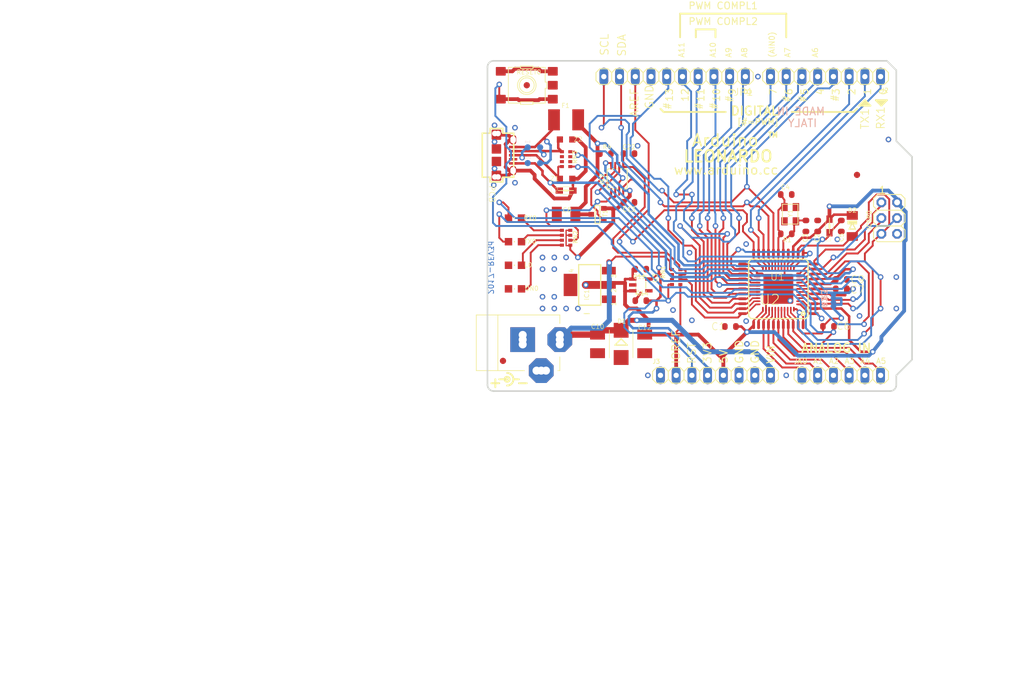
<source format=kicad_pcb>
(kicad_pcb (version 20240108) (generator "pcbnew") (generator_version "8.0")
  (layers (0 "F.Cu" signal) (31 "B.Cu" signal) (34 "B.Paste" user) (35 "F.Paste" user) (36 "B.SilkS" user "B.Silkscreen") (37 "F.SilkS" user "F.Silkscreen") (38 "B.Mask" user) (39 "F.Mask" user) (44 "Edge.Cuts" user))
  (net 0 "")
  (net 1 "+5V")
  (net 2 "GND")
  (net 3 "AREF")
  (net 4 "RESET")
  (net 5 "VIN")
  (net 6 "SCK")
  (net 7 "N$3")
  (net 8 "D-")
  (net 9 "D+")
  (net 10 "+3V3")
  (net 11 "N$2")
  (net 12 "MISO")
  (net 13 "MOSI")
  (net 14 "XTAL2")
  (net 15 "XTAL1")
  (net 16 "RD-")
  (net 17 "RD+")
  (net 18 "UGND")
  (net 19 "XUSB")
  (net 20 "D2/SDA")
  (net 21 "IO12")
  (net 22 "D3/SCL")
  (net 23 "D1/TX")
  (net 24 "IO11*")
  (net 25 "IO9*")
  (net 26 "IO10*")
  (net 27 "A3")
  (net 28 "A2")
  (net 29 "A1")
  (net 30 "A0")
  (net 31 "A4")
  (net 32 "A5")
  (net 33 "D5*")
  (net 34 "D0/RX")
  (net 35 "VUSB")
  (net 36 "USBID")
  (net 37 "AGND")
  (net 38 "RXLED")
  (net 39 "D6*")
  (net 40 "IO13*")
  (net 41 "IO8")
  (net 42 "D7")
  (net 43 "AVCC")
  (net 44 "UCAP")
  (net 45 "5-GND")
  (net 46 "HWB")
  (net 47 "D4")
  (net 48 "TXLED")
  (net 49 "N$6")
  (net 50 "N$8")
  (net 51 "GATE_CMD")
  (net 52 "CMP")
  (net 53 "LL")
  (footprint "Leonardo_Rev3d:CAY16" (layer "F.Cu") (at 126.9111 94.2086 90)
    (property "Reference" "RN3")
    (property "Value" "22R")
  )
  (footprint "" (layer "F.Cu") (at 129.4511 80.8736)
    (property "Reference" "@HOLE2" (hide yes))
    (property "Value" "")
  )
  (footprint "Leonardo_Rev3d:C0603-ROUND" (layer "F.Cu") (at 137.0711 101.1936)
    (property "Reference" "C13")
    (property "Value" "100n")
  )
  (footprint "Leonardo_Rev3d:2X03" (layer "F.Cu") (at 179.1081 103.7336 -90)
    (property "Reference" "ICSP0")
    (property "Value" "ICSP")
  )
  (footprint "" (layer "F.Cu") (at 180.2511 124.0536)
    (property "Reference" "@HOLE1" (hide yes))
    (property "Value" "")
  )
  (footprint "Leonardo_Rev3d:TP-1.00MM" (layer "F.Cu") (at 122.7201 92.3036)
    (property "Reference" "D-0")
    (property "Value" "DNP" (hide yes))
  )
  (footprint "Leonardo_Rev3d:C0603-ROUND" (layer "F.Cu") (at 171.3611 113.6396 180)
    (property "Reference" "C9")
    (property "Value" "100n")
  )
  (footprint "Leonardo_Rev3d:SOT223" (layer "F.Cu") (at 130.7211 114.5286 90)
    (property "Reference" "IC1")
    (property "Value" "NCP1117ST50T3G")
  )
  (footprint "Leonardo_Rev3d:POWERSUPPLY_DC-21MM" (layer "F.Cu") (at 119.5451 123.2916 90)
    (property "Reference" "EXTPOWER0" (hide yes))
    (property "Value" "POWERSUPPLY_DC21MMX")
  )
  (footprint "Leonardo_Rev3d:SMC_B" (layer "F.Cu") (at 126.9111 103.0986 180)
    (property "Reference" "C8")
    (property "Value" "10u")
  )
  (footprint "Leonardo_Rev3d:CHIPLED_0805" (layer "F.Cu") (at 118.6561 103.7336 90)
    (property "Reference" "RX0")
    (property "Value" "Yellow")
  )
  (footprint "Leonardo_Rev3d:CRYSTAL-3.2-2.5" (layer "F.Cu") (at 163.1061 103.0986 -90)
    (property "Reference" "Y1")
    (property "Value" "16MHz KX-7")
  )
  (footprint "Leonardo_Rev3d:C0603-ROUND" (layer "F.Cu") (at 138.9761 117.0686)
    (property "Reference" "C14")
    (property "Value" "1uF")
  )
  (footprint "Leonardo_Rev3d:QFN44ML7X7" (layer "F.Cu") (at 161.2011 115.1636 180)
    (property "Reference" "U1")
    (property "Value" "ATMEGA32U4-XUMU")
  )
  (footprint "Leonardo_Rev3d:L1812" (layer "F.Cu") (at 126.9111 87.8586 180)
    (property "Reference" "F1")
    (property "Value" "MF-MSMF050-2 500mA")
  )
  (footprint "Leonardo_Rev3d:SMB" (layer "F.Cu") (at 135.8011 124.0536 -90)
    (property "Reference" "D1")
    (property "Value" "M7")
  )
  (footprint "Leonardo_Rev3d:0805" (layer "F.Cu") (at 126.9111 99.2886)
    (property "Reference" "L2")
    (property "Value" "MH2029-300Y")
  )
  (footprint "Leonardo_Rev3d:SOT23-DBV" (layer "F.Cu") (at 138.9761 114.5286 -90)
    (property "Reference" "U3")
    (property "Value" "LP2985-33DBVR")
  )
  (footprint "Leonardo_Rev3d:C0603-ROUND" (layer "F.Cu") (at 171.3611 105.0036 -90)
    (property "Reference" "C5")
    (property "Value" "1uF")
  )
  (footprint "Leonardo_Rev3d:C0603-ROUND" (layer "F.Cu") (at 162.4711 99.9236)
    (property "Reference" "C4")
    (property "Value" "22p")
  )
  (footprint "Leonardo_Rev3d:1X10" (layer "F.Cu") (at 144.4371 80.8736 180)
    (property "Reference" "JP1")
    (property "Value" "10x1F-H8.5")
  )
  (footprint "Leonardo_Rev3d:TP-1.00MM" (layer "F.Cu") (at 120.7111 92.3036)
    (property "Reference" "D+0")
    (property "Value" "DNP" (hide yes))
  )
  (footprint "Leonardo_Rev3d:C0603-ROUND" (layer "F.Cu") (at 167.5511 105.0036 90)
    (property "Reference" "C2")
    (property "Value" "100n")
  )
  (footprint "Leonardo_Rev3d:CHIPLED_0805" (layer "F.Cu") (at 118.6561 111.3536 90)
    (property "Reference" "L0")
    (property "Value" "Yellow")
  )
  (footprint "" (layer "F.Cu") (at 180.2511 96.1136)
    (property "Reference" "@HOLE0" (hide yes))
    (property "Value" "")
  )
  (footprint "Leonardo_Rev3d:FD-1-1.5" (layer "F.Cu") (at 116.7161 126.7936)
    (property "Reference" "FID3" (hide yes))
    (property "Value" "DNP" (hide yes))
  )
  (footprint "Leonardo_Rev3d:SMC_B" (layer "F.Cu") (at 131.9911 124.0536 -90)
    (property "Reference" "C10")
    (property "Value" "10u")
  )
  (footprint "Leonardo_Rev3d:SOT-23" (layer "F.Cu") (at 131.9911 103.0986 -90)
    (property "Reference" "T1")
    (property "Value" "FDN340P")
  )
  (footprint "Leonardo_Rev3d:TP-1.00MM" (layer "F.Cu") (at 120.7111 94.8436)
    (property "Reference" "GND0")
    (property "Value" "DNP" (hide yes))
  )
  (footprint "Leonardo_Rev3d:C0603-ROUND" (layer "F.Cu") (at 169.2861 121.2236)
    (property "Reference" "C6")
    (property "Value" "100n")
  )
  (footprint "Leonardo_Rev3d:R0603-ROUND" (layer "F.Cu") (at 133.2611 93.3196 180)
    (property "Reference" "R4")
    (property "Value" "10K")
  )
  (footprint "Leonardo_Rev3d:C0603-ROUND" (layer "F.Cu") (at 153.4461 121.2486 180)
    (property "Reference" "C1")
    (property "Value" "100n")
  )
  (footprint "Leonardo_Rev3d:FD-1-1.5" (layer "F.Cu") (at 173.9011 96.7486)
    (property "Reference" "FID2" (hide yes))
    (property "Value" "DNP" (hide yes))
  )
  (footprint "Leonardo_Rev3d:1X08" (layer "F.Cu") (at 151.0411 129.1336)
    (property "Reference" "J3")
    (property "Value" "8x1F-H8.5")
  )
  (footprint "Leonardo_Rev3d:FD-1-1.5" (layer "F.Cu") (at 120.5611 82.2706)
    (property "Reference" "FID1" (hide yes))
    (property "Value" "DNP" (hide yes))
  )
  (footprint "Leonardo_Rev3d:MSOP08" (layer "F.Cu") (at 135.1661 97.3836)
    (property "Reference" "IC2")
    (property "Value" "LMV358IDGKR")
  )
  (footprint "Leonardo_Rev3d:FRAME" (layer "F.Cu") (at 114.2111 131.6736)
    (property "Reference" "FRAME1" (hide yes))
    (property "Value" "DNP" (hide yes))
  )
  (footprint "Leonardo_Rev3d:TP-1.00MM" (layer "F.Cu") (at 122.7201 94.8436)
    (property "Reference" "VUSB0")
    (property "Value" "DNP" (hide yes))
  )
  (footprint "Leonardo_Rev3d:TS42" (layer "F.Cu") (at 120.5611 82.2706 180)
    (property "Reference" "RESET0")
    (property "Value" "TS42" (hide yes))
  )
  (footprint "Leonardo_Rev3d:CHIPLED_0805" (layer "F.Cu") (at 118.6561 115.1636 90)
    (property "Reference" "ON0")
    (property "Value" "Green")
  )
  (footprint "Leonardo_Rev3d:CHIPLED_0805" (layer "F.Cu") (at 118.6561 107.5436 90)
    (property "Reference" "TX0")
    (property "Value" "Yellow")
  )
  (footprint "Leonardo_Rev3d:TQFP44-PAD" (layer "F.Cu") (at 161.2011 115.1636 180)
    (property "Reference" "U2")
    (property "Value" "ATMEGA32U4-XUAU")
  )
  (footprint "Leonardo_Rev3d:SMC_B" (layer "F.Cu") (at 139.6111 124.0536 -90)
    (property "Reference" "C12")
    (property "Value" "10u")
  )
  (footprint "Leonardo_Rev3d:CON2_USB_MICRO_B_AT" (layer "F.Cu") (at 115.6589 93.5736 -90)
    (property "Reference" "J1" (hide yes))
    (property "Value" "USB Micro" (hide yes))
  )
  (footprint "Leonardo_Rev3d:R0603-ROUND" (layer "F.Cu") (at 162.4711 106.2736)
    (property "Reference" "R1")
    (property "Value" "1M")
  )
  (footprint "Leonardo_Rev3d:CAY16" (layer "F.Cu") (at 126.9111 106.9086 90)
    (property "Reference" "RN2")
    (property "Value" "1K")
  )
  (footprint "Leonardo_Rev3d:CT_CN0603" (layer "F.Cu") (at 126.9111 91.0336)
    (property "Reference" "Z2")
    (property "Value" "CG0603MLC-05E")
  )
  (footprint "Leonardo_Rev3d:C0603-ROUND" (layer "F.Cu") (at 171.3611 115.1636)
    (property "Reference" "C7")
    (property "Value" "1uF")
  )
  (footprint "" (layer "F.Cu") (at 128.1811 129.1336)
    (property "Reference" "@HOLE3" (hide yes))
    (property "Value" "")
  )
  (footprint "Leonardo_Rev3d:0805" (layer "F.Cu") (at 169.4561 105.0036 -90)
    (property "Reference" "L1")
    (property "Value" "MH2029-300Y")
  )
  (footprint "Leonardo_Rev3d:C0603-ROUND" (layer "F.Cu") (at 138.9761 111.9886 180)
    (property "Reference" "C11")
    (property "Value" "1uF")
  )
  (footprint "Leonardo_Rev3d:MINIMELF" (layer "F.Cu") (at 173.1391 105.0036 -90)
    (property "Reference" "D2")
    (property "Value" "CD1206-S01575")
  )
  (footprint "Leonardo_Rev3d:C0603-ROUND" (layer "F.Cu") (at 137.0711 93.3196 180)
    (property "Reference" "C22")
    (property "Value" "100n")
  )
  (footprint "Leonardo_Rev3d:1X06" (layer "F.Cu") (at 171.3611 129.1336)
    (property "Reference" "J4")
    (property "Value" "6x1F-H8.5")
  )
  (footprint "Leonardo_Rev3d:CT_CN0603" (layer "F.Cu") (at 126.9111 97.3836)
    (property "Reference" "Z1")
    (property "Value" "CG0603MLC-05E")
  )
  (footprint "Leonardo_Rev3d:CAY16" (layer "F.Cu") (at 144.6911 113.2586 -90)
    (property "Reference" "RN1")
    (property "Value" "10K")
  )
  (footprint "Leonardo_Rev3d:C0603-ROUND" (layer "F.Cu") (at 165.6461 105.0036 90)
    (property "Reference" "C3")
    (property "Value" "22p")
  )
  (footprint "Leonardo_Rev3d:1X08" (layer "F.Cu") (at 168.8211 80.8736 180)
    (property "Reference" "J2")
    (property "Value" "8x1F-H8.5")
  )
  (footprint "Leonardo_Rev3d:R0402" (layer "B.Cu") (at 170.0911 117.348 90)
    (property "Reference" "R2")
    (property "Value" "NM")
  )
  (footprint "Leonardo_Rev3d:R0402" (layer "B.Cu") (at 170.0911 116.713 90)
    (property "Reference" "R3")
    (property "Value" "NM")
  )
  (gr_line (start 177.3301 84.8106) (end 178.3461 84.8106) (stroke (width 0.3048)) (layer "F.SilkS"))
  (gr_line (start 176.0601 85.5726) (end 175.1711 84.6836) (stroke (width 0.3048)) (layer "F.SilkS"))
  (gr_line (start 177.4571 84.9376) (end 177.9651 84.9376) (stroke (width 0.3048)) (layer "F.SilkS"))
  (gr_line (start 116.1161 129.7686) (end 117.3861 129.7686) (stroke (width 0.3048)) (layer "F.SilkS"))
  (gr_line (start 177.8381 85.5726) (end 178.7271 84.6836) (stroke (width 0.3048)) (layer "F.SilkS"))
  (gr_line (start 176.9491 84.6836) (end 177.8381 85.5726) (stroke (width 0.3048)) (layer "F.SilkS"))
  (gr_line (start 177.8381 85.3186) (end 177.4571 84.9376) (stroke (width 0.3048)) (layer "F.SilkS"))
  (gr_line (start 174.9171 85.4456) (end 175.2981 85.1916) (stroke (width 0.3048)) (layer "F.SilkS"))
  (gr_line (start 175.1711 84.9376) (end 175.6791 85.4456) (stroke (width 0.3048)) (layer "F.SilkS"))
  (gr_line (start 152.6921 86.5886) (end 142.6591 86.5886) (stroke (width 0.3048)) (layer "F.SilkS"))
  (gr_line (start 177.8381 85.0646) (end 177.8381 85.1916) (stroke (width 0.3048)) (layer "F.SilkS"))
  (gr_line (start 173.3931 86.5886) (end 163.3601 86.5886) (stroke (width 0.3048)) (layer "F.SilkS"))
  (gr_line (start 178.3461 84.8106) (end 177.8381 85.3186) (stroke (width 0.3048)) (layer "F.SilkS"))
  (gr_line (start 142.6591 86.5886) (end 142.1511 86.0806) (stroke (width 0.3048)) (layer "F.SilkS"))
  (gr_circle (center 117.3861 129.7686) (end 117.7877 129.7686) (stroke (width 0.3048)) (fill none) (layer "F.SilkS"))
  (gr_line (start 174.2821 85.5726) (end 176.0601 85.5726) (stroke (width 0.3048)) (layer "F.SilkS"))
  (gr_line (start 173.9011 86.0806) (end 173.3931 86.5886) (stroke (width 0.3048)) (layer "F.SilkS"))
  (gr_line (start 114.8461 130.4036) (end 116.1161 130.4036) (stroke (width 0.3048)) (layer "F.SilkS"))
  (gr_line (start 162.4711 70.7136) (end 162.4711 74.5236) (stroke (width 0.3048)) (layer "F.SilkS"))
  (gr_line (start 147.8661 73.2536) (end 151.0411 73.2536) (stroke (width 0.3048)) (layer "F.SilkS"))
  (gr_line (start 175.6791 85.4456) (end 174.9171 85.4456) (stroke (width 0.3048)) (layer "F.SilkS"))
  (gr_line (start 178.7271 84.6836) (end 176.9491 84.6836) (stroke (width 0.3048)) (layer "F.SilkS"))
  (gr_arc (start 118.4021 129.7686) (mid 118.10452 130.48702) (end 117.3861 130.7846) (stroke (width 0.3048)) (layer "F.SilkS"))
  (gr_line (start 147.8661 74.5236) (end 147.8661 73.2536) (stroke (width 0.3048)) (layer "F.SilkS"))
  (gr_line (start 115.4811 129.7686) (end 115.4811 131.0386) (stroke (width 0.3048)) (layer "F.SilkS"))
  (gr_line (start 145.3261 70.7136) (end 162.4711 70.7136) (stroke (width 0.3048)) (layer "F.SilkS"))
  (gr_line (start 119.2911 130.4036) (end 120.5611 130.4036) (stroke (width 0.3048)) (layer "F.SilkS"))
  (gr_line (start 151.0411 73.2536) (end 151.0411 74.5236) (stroke (width 0.3048)) (layer "F.SilkS"))
  (gr_line (start 141.1985 128.6506) (end 141.1986 128.6505) (stroke (width 0.0508)) (layer "F.SilkS"))
  (gr_line (start 118.4021 129.7686) (end 119.2911 129.7686) (stroke (width 0.3048)) (layer "F.SilkS"))
  (gr_line (start 145.3261 74.5236) (end 145.3261 70.7136) (stroke (width 0.3048)) (layer "F.SilkS"))
  (gr_line (start 174.6631 85.4456) (end 175.1711 84.9376) (stroke (width 0.3048)) (layer "F.SilkS"))
  (gr_arc (start 117.3861 128.7526) (mid 118.10452 129.05018) (end 118.4021 129.7686) (stroke (width 0.3048)) (layer "F.SilkS"))
  (gr_line (start 175.1711 84.6836) (end 174.2821 85.5726) (stroke (width 0.3048)) (layer "F.SilkS"))
  (gr_line (start 114.2111 130.6736) (end 114.2111 79.3336) (stroke (width 0.254)) (layer "Edge.Cuts"))
  (gr_line (start 115.2111 78.3336) (end 178.7271 78.3336) (stroke (width 0.254)) (layer "Edge.Cuts"))
  (gr_line (start 180.2511 129.1336) (end 180.2511 130.6736) (stroke (width 0.254)) (layer "Edge.Cuts"))
  (gr_line (start 180.2511 91.2876) (end 182.7911 93.8276) (stroke (width 0.254)) (layer "Edge.Cuts"))
  (gr_line (start 182.7911 93.8276) (end 182.7911 126.5936) (stroke (width 0.254)) (layer "Edge.Cuts"))
  (gr_arc (start 180.2511 130.6736) (mid 179.958207 131.380707) (end 179.2511 131.6736) (stroke (width 0.254)) (layer "Edge.Cuts"))
  (gr_line (start 178.7271 78.3336) (end 180.2511 79.8576) (stroke (width 0.254)) (layer "Edge.Cuts"))
  (gr_line (start 182.7911 126.5936) (end 180.2511 129.1336) (stroke (width 0.254)) (layer "Edge.Cuts"))
  (gr_arc (start 114.2111 79.3336) (mid 114.503993 78.626493) (end 115.2111 78.3336) (stroke (width 0.254)) (layer "Edge.Cuts"))
  (gr_arc (start 115.2111 131.6736) (mid 114.503993 131.380707) (end 114.2111 130.6736) (stroke (width 0.254)) (layer "Edge.Cuts"))
  (gr_line (start 179.2511 131.6736) (end 115.2111 131.6736) (stroke (width 0.254)) (layer "Edge.Cuts"))
  (gr_line (start 180.2511 79.8576) (end 180.2511 91.2876) (stroke (width 0.254)) (layer "Edge.Cuts"))
  (gr_text "2017-REV3d" (at 114.196087 116.141119 270) (layer "B.Cu") (effects (font (size 0.89408 0.89408) (thickness 0.12192)) (justify left bottom mirror)))
  (gr_text "MADE IN" (at 168.8211 87.2236 0) (layer "B.SilkS") (effects (font (size 1.251712 1.251712) (thickness 0.170688)) (justify left bottom mirror)))
  (gr_text "ITALY" (at 167.5511 89.1286 0) (layer "B.SilkS") (effects (font (size 1.251712 1.251712) (thickness 0.170688)) (justify left bottom mirror)))
  (gr_text "Arduino" (at 147.1041 92.3036 0) (layer "F.SilkS") (effects (font (size 1.922272 1.922272) (thickness 0.262128)) (justify left bottom)))
  (gr_text "10" (at 151.867616 85.014042 90) (layer "F.SilkS") (effects (font (size 1.1176 1.1176) (thickness 0.1524)) (justify left bottom)))
  (gr_text "8" (at 156.947616 83.949661 90) (layer "F.SilkS") (effects (font (size 1.1176 1.1176) (thickness 0.1524)) (justify left bottom)))
  (gr_text "#" (at 163.1061 85.0646 90) (layer "F.SilkS") (effects (font (size 0.972312 0.972312) (thickness 0.145288)) (justify left bottom)))
  (gr_text "A10" (at 151.1559 77.875 90) (layer "F.SilkS") (effects (font (size 0.89408 0.89408) (thickness 0.12192)) (justify left bottom)))
  (gr_text "SCL" (at 133.8663 77.5848 90) (layer "F.SilkS") (effects (font (size 1.28016 1.28016) (thickness 0.14224)) (justify left bottom)))
  (gr_text "7" (at 161.011616 83.949661 90) (layer "F.SilkS") (effects (font (size 1.1176 1.1176) (thickness 0.1524)) (justify left bottom)))
  (gr_text "0" (at 178.791616 83.949661 90) (layer "F.SilkS") (effects (font (size 1.1176 1.1176) (thickness 0.1524)) (justify left bottom)))
  (gr_text "A3" (at 171.8197 127.3434 0) (layer "F.SilkS") (effects (font (size 0.89408 0.89408) (thickness 0.12192)) (justify left bottom)))
  (gr_text "GND" (at 155.6263 127.3472 90) (layer "F.SilkS") (effects (font (size 1.251712 1.251712) (thickness 0.170688)) (justify left bottom)))
  (gr_text "2" (at 173.711616 83.949661 90) (layer "F.SilkS") (effects (font (size 1.1176 1.1176) (thickness 0.1524)) (justify left bottom)))
  (gr_text "RX1" (at 178.4731 89.5096 90) (layer "F.SilkS") (effects (font (size 1.28016 1.28016) (thickness 0.14224)) (justify left bottom)))
  (gr_text "13" (at 144.247616 85.014042 90) (layer "F.SilkS") (effects (font (size 1.1176 1.1176) (thickness 0.1524)) (justify left bottom)))
  (gr_text "#" (at 153.8351 85.0646 90) (layer "F.SilkS") (effects (font (size 0.972312 0.972312) (thickness 0.145288)) (justify left bottom)))
  (gr_text "[#=PWM]" (at 154.4701 88.7476 0) (layer "F.SilkS") (effects (font (size 0.972312 0.972312) (thickness 0.145288)) (justify left bottom)))
  (gr_text "5" (at 166.091616 83.949661 90) (layer "F.SilkS") (effects (font (size 1.1176 1.1176) (thickness 0.1524)) (justify left bottom)))
  (gr_text "A4" (at 174.3597 127.3434 0) (layer "F.SilkS") (effects (font (size 0.89408 0.89408) (thickness 0.12192)) (justify left bottom)))
  (gr_text "www.arduino.cc" (at 144.2049 96.8136 0) (layer "F.SilkS") (effects (font (size 1.475232 1.475232) (thickness 0.201168)) (justify left bottom)))
  (gr_text "A9" (at 153.6959 77.875 90) (layer "F.SilkS") (effects (font (size 0.89408 0.89408) (thickness 0.12192)) (justify left bottom)))
  (gr_text "GND" (at 141.1161 86.1954 90) (layer "F.SilkS") (effects (font (size 1.28016 1.28016) (thickness 0.14224)) (justify left bottom)))
  (gr_text "DIGITAL" (at 153.3635 87.2594 0) (layer "F.SilkS") (effects (font (size 1.42494 1.42494) (thickness 0.25146)) (justify left bottom)))
  (gr_text "AREF" (at 138.6923 87.4908 90) (layer "F.SilkS") (effects (font (size 1.28016 1.28016) (thickness 0.14224)) (justify left bottom)))
  (gr_text "VIN" (at 160.7063 127.3472 90) (layer "F.SilkS") (effects (font (size 1.251712 1.251712) (thickness 0.170688)) (justify left bottom)))
  (gr_text "A5" (at 176.8997 127.3434 0) (layer "F.SilkS") (effects (font (size 0.89408 0.89408) (thickness 0.12192)) (justify left bottom)))
  (gr_text "PWM COMPL1" (at 146.5961 70.0786 0) (layer "F.SilkS") (effects (font (size 1.1176 1.1176) (thickness 0.1524)) (justify left bottom)))
  (gr_text "RST" (at 147.9633 127.3688 90) (layer "F.SilkS") (effects (font (size 1.28016 1.28016) (thickness 0.14224)) (justify left bottom)))
  (gr_text "-" (at 129.4511 119.7356 0) (layer "F.SilkS") (effects (font (size 1.1176 1.1176) (thickness 0.1524)) (justify left bottom)))
  (gr_text "GND" (at 158.1663 127.3472 90) (layer "F.SilkS") (effects (font (size 1.251712 1.251712) (thickness 0.170688)) (justify left bottom)))
  (gr_text "SDA" (at 136.6603 77.7118 90) (layer "F.SilkS") (effects (font (size 1.28016 1.28016) (thickness 0.14224)) (justify left bottom)))
  (gr_text "#" (at 148.8821 86.2076 90) (layer "F.SilkS") (effects (font (size 0.972312 0.972312) (thickness 0.145288)) (justify left bottom)))
  (gr_text "3" (at 171.171616 83.949661 90) (layer "F.SilkS") (effects (font (size 1.1176 1.1176) (thickness 0.1524)) (justify left bottom)))
  (gr_text "11" (at 149.327616 85.014042 90) (layer "F.SilkS") (effects (font (size 1.1176 1.1176) (thickness 0.1524)) (justify left bottom)))
  (gr_text "5V" (at 153.0863 127.3472 90) (layer "F.SilkS") (effects (font (size 1.251712 1.251712) (thickness 0.170688)) (justify left bottom)))
  (gr_text "9" (at 154.407616 83.949661 90) (layer "F.SilkS") (effects (font (size 1.1176 1.1176) (thickness 0.1524)) (justify left bottom)))
  (gr_text "PWM COMPL2" (at 146.5961 72.6186 0) (layer "F.SilkS") (effects (font (size 1.1176 1.1176) (thickness 0.1524)) (justify left bottom)))
  (gr_text "LEONARDO" (at 145.7071 94.8436 0) (layer "F.SilkS") (effects (font (size 1.85674 1.85674) (thickness 0.32766)) (justify left bottom)))
  (gr_text "IOREF" (at 145.4233 127.3688 90) (layer "F.SilkS") (effects (font (size 1.28016 1.28016) (thickness 0.14224)) (justify left bottom)))
  (gr_text "A11" (at 146.0759 77.875 90) (layer "F.SilkS") (effects (font (size 0.89408 0.89408) (thickness 0.12192)) (justify left bottom)))
  (gr_text "1" (at 176.251616 83.949661 90) (layer "F.SilkS") (effects (font (size 1.1176 1.1176) (thickness 0.1524)) (justify left bottom)))
  (gr_text "A1" (at 166.7397 127.3434 0) (layer "F.SilkS") (effects (font (size 0.89408 0.89408) (thickness 0.12192)) (justify left bottom)))
  (gr_text "#" (at 170.8531 84.9376 90) (layer "F.SilkS") (effects (font (size 0.972312 0.972312) (thickness 0.145288)) (justify left bottom)))
  (gr_text "#" (at 143.8021 86.2076 90) (layer "F.SilkS") (effects (font (size 0.972312 0.972312) (thickness 0.145288)) (justify left bottom)))
  (gr_text "#" (at 165.6461 85.0646 90) (layer "F.SilkS") (effects (font (size 0.972312 0.972312) (thickness 0.145288)) (justify left bottom)))
  (gr_text "6" (at 163.551616 83.949661 90) (layer "F.SilkS") (effects (font (size 1.1176 1.1176) (thickness 0.1524)) (justify left bottom)))
  (gr_text "A6" (at 167.6659 77.875 90) (layer "F.SilkS") (effects (font (size 0.89408 0.89408) (thickness 0.12192)) (justify left bottom)))
  (gr_text "1" (at 177.3625 99.8242 0) (layer "F.SilkS") (effects (font (size 1.0795 1.0795) (thickness 0.1905)) (justify left bottom)))
  (gr_text "A8" (at 156.2359 77.875 90) (layer "F.SilkS") (effects (font (size 0.89408 0.89408) (thickness 0.12192)) (justify left bottom)))
  (gr_text "4" (at 168.631616 83.949661 90) (layer "F.SilkS") (effects (font (size 1.1176 1.1176) (thickness 0.1524)) (justify left bottom)))
  (gr_text "TX1" (at 175.9287 89.4974 90) (layer "F.SilkS") (effects (font (size 1.28016 1.28016) (thickness 0.14224)) (justify left bottom)))
  (gr_text "A0" (at 164.1997 127.3434 0) (layer "F.SilkS") (effects (font (size 0.89408 0.89408) (thickness 0.12192)) (justify left bottom)))
  (gr_text "ANALOG IN" (at 164.7571 125.5776 0) (layer "F.SilkS") (effects (font (size 1.42494 1.42494) (thickness 0.25146)) (justify left bottom)))
  (gr_text "#" (at 151.2951 86.2076 90) (layer "F.SilkS") (effects (font (size 0.972312 0.972312) (thickness 0.145288)) (justify left bottom)))
  (gr_text "3V3" (at 150.5033 127.3688 90) (layer "F.SilkS") (effects (font (size 1.28016 1.28016) (thickness 0.14224)) (justify left bottom)))
  (gr_text "A2" (at 169.2797 127.3434 0) (layer "F.SilkS") (effects (font (size 0.89408 0.89408) (thickness 0.12192)) (justify left bottom)))
  (gr_text "TM" (at 159.4231 90.7796 0) (layer "F.SilkS") (effects (font (size 0.8128 0.8128) (thickness 0.2032)) (justify left bottom)))
  (gr_text "12" (at 146.787616 85.014042 90) (layer "F.SilkS") (effects (font (size 1.1176 1.1176) (thickness 0.1524)) (justify left bottom)))
  (gr_text "(AIN0)" (at 160.6809 77.875 90) (layer "F.SilkS") (effects (font (size 0.89408 0.89408) (thickness 0.12192)) (justify left bottom)))
  (gr_text "A7" (at 163.2209 77.875 90) (layer "F.SilkS") (effects (font (size 0.89408 0.89408) (thickness 0.12192)) (justify left bottom)))
  (segment (start 136.4361 117.7036) (end 136.4361 115.5446) (width 0.6096) (layer "F.Cu") (net 1))
  (segment (start 166.3319 118.3386) (end 165.1569 117.1636) (width 0.254) (layer "F.Cu") (net 1))
  (segment (start 144.6911 122.1486) (end 145.3661 121.4736) (width 0.3048) (layer "F.Cu") (net 1))
  (segment (start 166.2961 106.9086) (end 165.0111 106.9086) (width 0.4064) (layer "F.Cu") (net 1))
  (segment (start 138.3411 118.3386) (end 137.0711 118.3386) (width 0.6096) (layer "F.Cu") (net 1))
  (segment (start 137.6761 112.0036) (end 138.0871 111.9886) (width 0.4064) (layer "F.Cu") (net 1))
  (segment (start 176.4411 125.3236) (end 174.5361 125.3236) (width 0.4064) (layer "F.Cu") (net 1))
  (segment (start 134.5311 104.3686) (end 134.5311 102.4128) (width 0.6096) (layer "F.Cu") (net 1))
  (segment (start 157.2011 120.2812) (end 158.7011 118.7812) (width 0.254) (layer "F.Cu") (net 1))
  (segment (start 133.3011 94.8436) (end 134.1901 94.8436) (width 0.3048) (layer "F.Cu") (net 1))
  (segment (start 157.2011 120.9636) (end 157.2011 120.2812) (width 0.254) (layer "F.Cu") (net 1))
  (segment (start 139.2061 122.5536) (end 140.2461 121.5136) (width 0.6096) (layer "F.Cu") (net 1))
  (segment (start 172.6311 123.4186) (end 172.6311 119.6086) (width 0.4064) (layer "F.Cu") (net 1))
  (segment (start 137.1981 100.1776) (end 137.1981 99.2886) (width 0.6096) (layer "F.Cu") (net 1))
  (segment (start 162.7011 111.1236) (end 162.7011 111.8886) (width 0.254) (layer "F.Cu") (net 1))
  (segment (start 136.4361 115.5446) (end 136.4361 114.2086) (width 0.6096) (layer "F.Cu") (net 1))
  (segment (start 130.0861 114.5286) (end 133.8199 114.5286) (width 1.27) (layer "F.Cu") (net 1))
  (segment (start 170.1831 103.1766) (end 172.9631 103.1766) (width 0.4064) (layer "F.Cu") (net 1))
  (segment (start 174.5361 125.3236) (end 172.6311 123.4186) (width 0.4064) (layer "F.Cu") (net 1))
  (segment (start 128.8161 110.0836) (end 134.5311 104.3686) (width 0.6096) (layer "F.Cu") (net 1))
  (segment (start 136.4361 114.2086) (end 134.1399 114.2086) (width 0.6096) (layer "F.Cu") (net 1))
  (segment (start 126.9111 108.1786) (end 126.9111 106.5086) (width 0.2032) (layer "F.Cu") (net 1))
  (segment (start 152.3111 125.9586) (end 156.1211 122.1486) (width 0.6096) (layer "F.Cu") (net 1))
  (segment (start 166.9761 118.3386) (end 166.3319 118.3386) (width 0.254) (layer "F.Cu") (net 1))
  (segment (start 148.2711 122.5536) (end 152.3111 126.5936) (width 0.6096) (layer "F.Cu") (net 1))
  (segment (start 126.9111 106.5086) (end 126.9111 105.7086) (width 0.2032) (layer "F.Cu") (net 1))
  (segment (start 136.4361 113.5786) (end 137.6761 113.5786) (width 0.4064) (layer "F.Cu") (net 1))
  (segment (start 144.6911 122.5536) (end 144.6911 129.1336) (width 0.6096) (layer "F.Cu") (net 1))
  (segment (start 167.7061 105.6536) (end 167.5511 105.8926) (width 0.4064) (layer "F.Cu") (net 1))
  (segment (start 126.9111 106.5086) (end 127.5861 106.5086) (width 0.2032) (layer "F.Cu") (net 1))
  (segment (start 144.6911 122.5536) (end 148.2711 122.5536) (width 0.6096) (layer "F.Cu") (net 1))
  (segment (start 145.3661 121.4736) (end 145.3661 114.4586) (width 0.3048) (layer "F.Cu") (net 1))
  (segment (start 135.2169 102.1588) (end 136.1821 101.1936) (width 0.6096) (layer "F.Cu") (net 1))
  (segment (start 140.2461 121.5136) (end 140.2461 120.2436) (width 0.6096) (layer "F.Cu") (net 1))
  (segment (start 136.4361 114.2086) (end 136.4361 113.5786) (width 0.4064) (layer "F.Cu") (net 1))
  (segment (start 163.6011 109.3636) (end 163.6011 110.2236) (width 0.254) (layer "F.Cu") (net 1))
  (segment (start 134.1901 94.8436) (end 134.1901 95.2716) (width 0.3048) (layer "F.Cu") (net 1))
  (segment (start 136.1821 101.1936) (end 137.1981 100.1776) (width 0.6096) (layer "F.Cu") (net 1))
  (segment (start 169.4561 101.8286) (end 169.4561 103.9036) (width 0.6096) (layer "F.Cu") (net 1))
  (segment (start 134.2771 102.1588) (end 135.2169 102.1588) (width 0.6096) (layer "F.Cu") (net 1))
  (segment (start 166.9761 118.3386) (end 167.0011 118.3636) (width 0.3048) (layer "F.Cu") (net 1))
  (segment (start 127.5161 108.1786) (end 126.9111 108.1786) (width 0.2032) (layer "F.Cu") (net 1))
  (segment (start 134.5311 102.4128) (end 134.2771 102.1588) (width 0.6096) (layer "F.Cu") (net 1))
  (segment (start 165.1569 117.1636) (end 164.4761 117.1636) (width 0.254) (layer "F.Cu") (net 1))
  (segment (start 144.6911 122.5536) (end 144.6911 122.1486) (width 0.3048) (layer "F.Cu") (net 1))
  (segment (start 152.3111 126.5936) (end 152.3111 129.1336) (width 0.6096) (layer "F.Cu") (net 1))
  (segment (start 139.2061 122.5536) (end 139.6111 122.5536) (width 0.4064) (layer "F.Cu") (net 1))
  (segment (start 140.2461 120.2436) (end 138.3411 118.3386) (width 0.6096) (layer "F.Cu") (net 1))
  (segment (start 139.6111 122.5536) (end 144.6911 122.5536) (width 0.6096) (layer "F.Cu") (net 1))
  (segment (start 126.9111 105.7086) (end 127.5861 105.7086) (width 0.2032) (layer "F.Cu") (net 1))
  (segment (start 172.9631 103.1766) (end 173.0121 103.2256) (width 0.4064) (layer "F.Cu") (net 1))
  (segment (start 137.6761 113.5786) (end 137.6761 112.0036) (width 0.4064) (layer "F.Cu") (net 1))
  (segment (start 134.1399 114.2086) (end 133.8199 114.5286) (width 0.6096) (layer "F.Cu") (net 1))
  (segment (start 152.3111 126.5936) (end 152.3111 125.9586) (width 0.6096) (layer "F.Cu") (net 1))
  (segment (start 165.0111 106.9086) (end 163.6011 108.3186) (width 0.4064) (layer "F.Cu") (net 1))
  (segment (start 127.5861 108.8536) (end 127.5861 108.1086) (width 0.3048) (layer "F.Cu") (net 1))
  (segment (start 128.8161 110.0836) (end 127.5861 108.8536) (width 0.3048) (layer "F.Cu") (net 1))
  (segment (start 169.4561 103.9036) (end 167.7061 105.6536) (width 0.4064) (layer "F.Cu") (net 1))
  (segment (start 167.5511 105.8926) (end 166.2961 106.9086) (width 0.4064) (layer "F.Cu") (net 1))
  (segment (start 127.5861 108.1086) (end 127.5161 108.1786) (width 0.3048) (layer "F.Cu") (net 1))
  (segment (start 172.6311 119.6086) (end 171.3611 118.3386) (width 0.4064) (layer "F.Cu") (net 1))
  (segment (start 158.7011 118.7812) (end 158.7011 118.4386) (width 0.254) (layer "F.Cu") (net 1))
  (segment (start 157.2011 121.0686) (end 157.2011 120.9636) (width 0.4064) (layer "F.Cu") (net 1))
  (segment (start 173.0121 103.2256) (end 173.1391 103.3036) (width 0.4064) (layer "F.Cu") (net 1))
  (segment (start 169.4561 103.9036) (end 170.1831 103.1766) (width 0.4064) (layer "F.Cu") (net 1))
  (segment (start 163.6011 108.3186) (end 163.6011 109.3636) (width 0.4064) (layer "F.Cu") (net 1))
  (segment (start 171.3611 118.3386) (end 166.9761 118.3386) (width 0.4064) (layer "F.Cu") (net 1))
  (segment (start 154.3351 121.2486) (end 155.2211 121.2486) (width 0.4064) (layer "F.Cu") (net 1))
  (segment (start 134.2771 102.1588) (end 133.0071 102.1588) (width 0.6096) (layer "F.Cu") (net 1))
  (segment (start 136.4361 115.5446) (end 137.6761 115.4786) (width 0.4064) (layer "F.Cu") (net 1))
  (segment (start 163.6011 110.2236) (end 162.7011 111.1236) (width 0.254) (layer "F.Cu") (net 1))
  (segment (start 137.0711 118.3386) (end 136.4361 117.7036) (width 0.6096) (layer "F.Cu") (net 1))
  (segment (start 155.2211 121.2486) (end 156.1211 122.1486) (width 0.4064) (layer "F.Cu") (net 1))
  (segment (start 156.1211 122.1486) (end 157.2011 121.0686) (width 0.4064) (layer "F.Cu") (net 1))
  (via (at 125.0061 110.0836) (size 0.9) (drill 0.5) (layers "F.Cu" "B.Cu") (net 1))
  (via (at 126.9111 110.0836) (size 0.9) (drill 0.5) (layers "F.Cu" "B.Cu") (net 1))
  (via (at 128.8161 110.0836) (size 0.9) (drill 0.5) (layers "F.Cu" "B.Cu") (net 1))
  (via (at 123.1011 110.0836) (size 0.9) (drill 0.5) (layers "F.Cu" "B.Cu") (net 1))
  (via (at 123.1011 111.9836) (size 0.9) (drill 0.5) (layers "F.Cu" "B.Cu") (net 1))
  (via (at 123.1011 116.4386) (size 0.9) (drill 0.5) (layers "F.Cu" "B.Cu") (net 1))
  (via (at 169.4561 101.8286) (size 0.9) (drill 0.5) (layers "F.Cu" "B.Cu") (net 1))
  (via (at 125.0061 111.9836) (size 0.9) (drill 0.5) (layers "F.Cu" "B.Cu") (net 1))
  (via (at 133.3011 94.8436) (size 0.9) (drill 0.5) (layers "F.Cu" "B.Cu") (net 1))
  (via (at 128.8161 118.3386) (size 0.9) (drill 0.5) (layers "F.Cu" "B.Cu") (net 1))
  (via (at 126.9111 118.3386) (size 0.9) (drill 0.5) (layers "F.Cu" "B.Cu") (net 1))
  (via (at 137.1981 99.2886) (size 0.9) (drill 0.5) (layers "F.Cu" "B.Cu") (net 1))
  (via (at 125.0011 116.4386) (size 0.9) (drill 0.5) (layers "F.Cu" "B.Cu") (net 1))
  (via (at 125.0061 118.3386) (size 0.9) (drill 0.5) (layers "F.Cu" "B.Cu") (net 1))
  (via (at 123.1011 118.3386) (size 0.9) (drill 0.5) (layers "F.Cu" "B.Cu") (net 1))
  (via (at 176.4411 125.3236) (size 0.9) (drill 0.5) (layers "F.Cu" "B.Cu") (net 1))
  (via (at 156.1211 122.1486) (size 0.9) (drill 0.5) (layers "F.Cu" "B.Cu") (net 1))
  (via (at 130.0861 114.5286) (size 0.9) (drill 0.5) (layers "F.Cu" "B.Cu") (net 1))
  (segment (start 176.4411 125.3236) (end 177.8381 123.5456) (width 0.6096) (layer "B.Cu") (net 1))
  (segment (start 156.1211 122.1486) (end 160.5661 122.1486) (width 0.6096) (layer "B.Cu") (net 1))
  (segment (start 180.2511 100.5586) (end 178.9811 99.2886) (width 0.6096) (layer "B.Cu") (net 1))
  (segment (start 181.5211 107.5436) (end 181.7751 107.2896) (width 0.6096) (layer "B.Cu") (net 1))
  (segment (start 176.4411 99.2886) (end 173.9011 101.8286) (width 0.6096) (layer "B.Cu") (net 1))
  (segment (start 136.4361 99.2886) (end 133.2611 96.1136) (width 0.4064) (layer "B.Cu") (net 1))
  (segment (start 178.9811 99.2886) (end 176.4411 99.2886) (width 0.6096) (layer "B.Cu") (net 1))
  (segment (start 160.5661 122.1486) (end 164.3761 125.9586) (width 0.6096) (layer "B.Cu") (net 1))
  (segment (start 164.3761 125.9586) (end 175.8061 125.9586) (width 0.6096) (layer "B.Cu") (net 1))
  (segment (start 173.9011 101.8286) (end 169.4561 101.8286) (width 0.6096) (layer "B.Cu") (net 1))
  (segment (start 137.1981 99.2886) (end 136.4361 99.2886) (width 0.4064) (layer "B.Cu") (net 1))
  (segment (start 177.8381 122.9106) (end 181.5211 118.7196) (width 0.6096) (layer "B.Cu") (net 1))
  (segment (start 181.7751 102.7176) (end 180.3781 101.1936) (width 0.6096) (layer "B.Cu") (net 1))
  (segment (start 181.7751 107.2896) (end 181.7751 102.7176) (width 0.6096) (layer "B.Cu") (net 1))
  (segment (start 133.2611 96.1136) (end 133.2611 95.1376) (width 0.4064) (layer "B.Cu") (net 1))
  (segment (start 133.2611 95.1376) (end 133.3011 94.8436) (width 0.4064) (layer "B.Cu") (net 1))
  (segment (start 177.8381 123.5456) (end 177.8381 122.9106) (width 0.6096) (layer "B.Cu") (net 1))
  (segment (start 181.5211 118.7196) (end 181.5211 107.5436) (width 0.6096) (layer "B.Cu") (net 1))
  (segment (start 175.8061 125.9586) (end 176.4411 125.3236) (width 0.6096) (layer "B.Cu") (net 1))
  (segment (start 180.3781 101.1936) (end 180.2511 100.5586) (width 0.6096) (layer "B.Cu") (net 1))
  (segment (start 161.2011 115.1636) (end 162.2011 114.1636) (width 0.3048) (layer "F.Cu") (net 2))
  (segment (start 159.2011 118.4386) (end 159.2011 117.1636) (width 0.2794) (layer "F.Cu") (net 2))
  (segment (start 121.8311 97.3836) (end 125.0061 100.5586) (width 0.6096) (layer "F.Cu") (net 2))
  (segment (start 117.6401 95.9866) (end 117.1321 95.4786) (width 0.6096) (layer "F.Cu") (net 2))
  (segment (start 118.3513 91.0844) (end 117.5385 90.2716) (width 0.6096) (layer "F.Cu") (net 2))
  (segment (start 125.0061 100.5586) (end 127.3761 100.5586) (width 0.6096) (layer "F.Cu") (net 2))
  (segment (start 122.8831 80.0206) (end 124.7611 80.0206) (width 0.6096) (layer "F.Cu") (net 2))
  (segment (start 127.9111 97.3836) (end 128.8161 97.3836) (width 0.6096) (layer "F.Cu") (net 2))
  (segment (start 118.2391 80.0206) (end 118.6561 79.6036) (width 0.6096) (layer "F.Cu") (net 2))
  (segment (start 158.8135 112.9284) (end 158.5487 112.6636) (width 0.3048) (layer "F.Cu") (net 2))
  (segment (start 130.0861 96.1136) (end 130.0861 92.3036) (width 0.6096) (layer "F.Cu") (net 2))
  (segment (start 122.4661 79.6036) (end 122.8831 80.0206) (width 0.6096) (layer "F.Cu") (net 2))
  (segment (start 136.1401 98.6956) (end 137.3251 97.5106) (width 0.3048) (layer "F.Cu") (net 2))
  (segment (start 117.1321 95.4786) (end 117.1321 91.7956) (width 0.4064) (layer "F.Cu") (net 2))
  (segment (start 138.0871 117.0686) (end 138.9761 115.7836) (width 0.4064) (layer "F.Cu") (net 2))
  (segment (start 158.0011 120.2686) (end 159.2011 119.0686) (width 0.2794) (layer "F.Cu") (net 2))
  (segment (start 128.8161 91.0336) (end 127.9111 91.0336) (width 0.6096) (layer "F.Cu") (net 2))
  (segment (start 158.9659 112.9284) (end 158.8135 112.9284) (width 0.3048) (layer "F.Cu") (net 2))
  (segment (start 162.2011 110.887) (end 162.8011 110.287) (width 0.2794) (layer "F.Cu") (net 2))
  (segment (start 117.8433 91.0844) (end 118.3513 91.0844) (width 0.6096) (layer "F.Cu") (net 2))
  (segment (start 128.0111 97.4836) (end 127.9111 97.3836) (width 0.4064) (layer "F.Cu") (net 2))
  (segment (start 162.8011 110.287) (end 162.8011 109.3636) (width 0.2794) (layer "F.Cu") (net 2))
  (segment (start 162.2011 114.1636) (end 162.2011 111.8886) (width 0.2794) (layer "F.Cu") (net 2))
  (segment (start 118.6561 79.6036) (end 122.4661 79.6036) (width 0.6096) (layer "F.Cu") (net 2))
  (segment (start 128.0111 99.2886) (end 128.0111 97.4836) (width 0.4064) (layer "F.Cu") (net 2))
  (segment (start 121.8311 96.7486) (end 121.8311 97.3836) (width 0.6096) (layer "F.Cu") (net 2))
  (segment (start 136.1401 99.4966) (end 136.1401 98.6956) (width 0.3048) (layer "F.Cu") (net 2))
  (segment (start 121.1453 96.0628) (end 121.8311 96.7486) (width 0.6096) (layer "F.Cu") (net 2))
  (segment (start 159.2011 117.1636) (end 161.2011 115.1636) (width 0.3048) (layer "F.Cu") (net 2))
  (segment (start 128.8161 97.3836) (end 130.0861 96.1136) (width 0.6096) (layer "F.Cu") (net 2))
  (segment (start 117.5385 96.8756) (end 118.3513 96.0628) (width 0.6096) (layer "F.Cu") (net 2))
  (segment (start 115.6589 96.8756) (end 117.5385 96.8756) (width 0.6096) (layer "F.Cu") (net 2))
  (segment (start 158.0011 120.9636) (end 158.0011 120.2686) (width 0.2794) (layer "F.Cu") (net 2))
  (segment (start 116.3611 80.0206) (end 118.2391 80.0206) (width 0.6096) (layer "F.Cu") (net 2))
  (segment (start 117.5385 90.2716) (end 115.6589 90.2716) (width 0.6096) (layer "F.Cu") (net 2))
  (segment (start 118.3513 96.0628) (end 121.1453 96.0628) (width 0.6096) (layer "F.Cu") (net 2))
  (segment (start 162.2011 111.8886) (end 162.2011 110.887) (width 0.2794) (layer "F.Cu") (net 2))
  (segment (start 161.2011 115.1636) (end 163.1061 117.0686) (width 0.3048) (layer "F.Cu") (net 2))
  (segment (start 127.3761 100.5586) (end 128.0111 99.2886) (width 0.6096) (layer "F.Cu") (net 2))
  (segment (start 137.3251 97.5106) (end 137.7061 97.5106) (width 0.3048) (layer "F.Cu") (net 2))
  (segment (start 161.2011 115.1636) (end 158.9659 112.9284) (width 0.3048) (layer "F.Cu") (net 2))
  (segment (start 156.4261 111.1636) (end 155.4011 111.1636) (width 0.254) (layer "F.Cu") (net 2))
  (segment (start 117.1321 91.7956) (end 117.8433 91.0844) (width 0.6096) (layer "F.Cu") (net 2))
  (segment (start 118.3513 96.0628) (end 118.2751 95.9866) (width 0.3048) (layer "F.Cu") (net 2))
  (segment (start 118.2751 95.9866) (end 117.6401 95.9866) (width 0.6096) (layer "F.Cu") (net 2))
  (segment (start 130.0861 92.3036) (end 128.8161 91.0336) (width 0.6096) (layer "F.Cu") (net 2))
  (segment (start 157.9261 112.6636) (end 156.4261 111.1636) (width 0.254) (layer "F.Cu") (net 2))
  (segment (start 158.5487 112.6636) (end 157.9261 112.6636) (width 0.2794) (layer "F.Cu") (net 2))
  (segment (start 159.2011 119.0686) (end 159.2011 118.4386) (width 0.2794) (layer "F.Cu") (net 2))
  (via (at 162.4711 129.1336) (size 0.9) (drill 0.5) (layers "F.Cu" "B.Cu") (net 2))
  (via (at 118.6561 98.0186) (size 0.9) (drill 0.5) (layers "F.Cu" "B.Cu") (net 2))
  (via (at 146.8501 109.3216) (size 0.9) (drill 0.5) (layers "F.Cu" "B.Cu") (net 2))
  (via (at 155.9941 120.3706) (size 0.9) (drill 0.5) (layers "F.Cu" "B.Cu") (net 2))
  (via (at 118.6561 89.1286) (size 0.9) (drill 0.5) (layers "F.Cu" "B.Cu") (net 2))
  (via (at 147.2311 120.2436) (size 0.9) (drill 0.5) (layers "F.Cu" "B.Cu") (net 2))
  (via (at 115.3541 88.7476) (size 0.9) (drill 0.5) (layers "F.Cu" "B.Cu") (net 2))
  (via (at 138.4681 92.0496) (size 0.9) (drill 0.5) (layers "F.Cu" "B.Cu") (net 2))
  (via (at 144.1831 118.5926) (size 0.9) (drill 0.5) (layers "F.Cu" "B.Cu") (net 2))
  (via (at 140.1191 129.1336) (size 0.9) (drill 0.5) (layers "F.Cu" "B.Cu") (net 2))
  (via (at 155.9941 107.9246) (size 0.9) (drill 0.5) (layers "F.Cu" "B.Cu") (net 2))
  (via (at 180.2511 118.3386) (size 0.9) (drill 0.5) (layers "F.Cu" "B.Cu") (net 2))
  (via (at 180.2511 113.2586) (size 0.9) (drill 0.5) (layers "F.Cu" "B.Cu") (net 2))
  (via (at 174.3075 119.5324) (size 0.9) (drill 0.5) (layers "F.Cu" "B.Cu") (net 2))
  (via (at 157.8991 80.8736) (size 0.9) (drill 0.5) (layers "F.Cu" "B.Cu") (net 2))
  (via (at 115.3541 91.4146) (size 0.9) (drill 0.5) (layers "F.Cu" "B.Cu") (net 2))
  (via (at 178.9811 91.0336) (size 0.9) (drill 0.5) (layers "F.Cu" "B.Cu") (net 2))
  (via (at 156.1211 124.0536) (size 0.9) (drill 0.5) (layers "F.Cu" "B.Cu") (net 2))
  (via (at 115.3541 95.7326) (size 0.9) (drill 0.5) (layers "F.Cu" "B.Cu") (net 2))
  (via (at 115.2271 98.3996) (size 0.9) (drill 0.5) (layers "F.Cu" "B.Cu") (net 2))
  (via (at 170.7261 107.1626) (size 0.9) (drill 0.5) (layers "F.Cu" "B.Cu") (net 2))
  (via (at 163.1061 117.0686) (size 0.9) (drill 0.5) (layers "F.Cu" "B.Cu") (net 2))
  (segment (start 170.0911 117.7036) (end 171.3611 117.7036) (width 0.4064) (layer "B.Cu") (net 2))
  (segment (start 171.3611 117.7036) (end 171.3611 116.698) (width 0.4064) (layer "B.Cu") (net 2))
  (segment (start 170.0911 116.698) (end 171.3611 116.698) (width 0.4064) (layer "B.Cu") (net 2))
  (segment (start 170.0911 117.363) (end 170.0911 117.7036) (width 0.4064) (layer "B.Cu") (net 2))
  (segment (start 170.0911 117.363) (end 170.0911 116.698) (width 0.4064) (layer "B.Cu") (net 2))
  (segment (start 170.0911 121.3076) (end 170.1751 121.2236) (width 0.3048) (layer "F.Cu") (net 3))
  (segment (start 138.0871 89.5096) (end 138.0871 80.8736) (width 0.3048) (layer "F.Cu") (net 3))
  (segment (start 165.6461 124.0536) (end 163.6011 122.0086) (width 0.3048) (layer "F.Cu") (net 3))
  (segment (start 163.6011 122.0086) (end 163.6011 120.9636) (width 0.3048) (layer "F.Cu") (net 3))
  (segment (start 140.2461 91.6686) (end 138.0871 89.5096) (width 0.3048) (layer "F.Cu") (net 3))
  (segment (start 168.1861 124.0536) (end 170.0911 122.1486) (width 0.3048) (layer "F.Cu") (net 3))
  (segment (start 135.5471 107.5436) (end 135.5471 107.0356) (width 0.3048) (layer "F.Cu") (net 3))
  (segment (start 165.6461 124.0536) (end 168.1861 124.0536) (width 0.3048) (layer "F.Cu") (net 3))
  (segment (start 163.6011 120.256) (end 162.7011 119.356) (width 0.254) (layer "F.Cu") (net 3))
  (segment (start 163.6011 120.9636) (end 163.6011 120.256) (width 0.254) (layer "F.Cu") (net 3))
  (segment (start 140.2461 102.3366) (end 140.2461 91.6686) (width 0.3048) (layer "F.Cu") (net 3))
  (segment (start 162.7011 119.356) (end 162.7011 118.4386) (width 0.254) (layer "F.Cu") (net 3))
  (segment (start 135.5471 107.0356) (end 140.2461 102.3366) (width 0.3048) (layer "F.Cu") (net 3))
  (segment (start 170.0911 122.1486) (end 170.0911 121.3076) (width 0.3048) (layer "F.Cu") (net 3))
  (via (at 135.5471 107.5436) (size 0.9) (drill 0.5) (layers "F.Cu" "B.Cu") (net 3))
  (via (at 170.0911 122.1486) (size 0.9) (drill 0.5) (layers "F.Cu" "B.Cu") (net 3))
  (segment (start 166.4081 121.0056) (end 167.5511 122.1486) (width 0.3048) (layer "B.Cu") (net 3))
  (segment (start 135.5471 107.9246) (end 142.5321 114.9096) (width 0.3048) (layer "B.Cu") (net 3))
  (segment (start 142.5321 114.9096) (end 146.3421 114.9096) (width 0.3048) (layer "B.Cu") (net 3))
  (segment (start 146.3421 114.9096) (end 147.2311 115.7986) (width 0.3048) (layer "B.Cu") (net 3))
  (segment (start 153.5811 115.7986) (end 154.0891 115.2906) (width 0.3048) (layer "B.Cu") (net 3))
  (segment (start 163.9951 115.2906) (end 166.4081 117.7036) (width 0.3048) (layer "B.Cu") (net 3))
  (segment (start 167.5511 122.1486) (end 170.0911 122.1486) (width 0.3048) (layer "B.Cu") (net 3))
  (segment (start 147.2311 115.7986) (end 153.5811 115.7986) (width 0.3048) (layer "B.Cu") (net 3))
  (segment (start 135.5471 107.5436) (end 135.5471 107.9246) (width 0.3048) (layer "B.Cu") (net 3))
  (segment (start 154.0891 115.2906) (end 163.9951 115.2906) (width 0.3048) (layer "B.Cu") (net 3))
  (segment (start 166.4081 117.7036) (end 166.4081 121.0056) (width 0.3048) (layer "B.Cu") (net 3))
  (segment (start 143.4211 114.5286) (end 143.4911 114.4586) (width 0.3048) (layer "F.Cu") (net 4))
  (segment (start 116.1161 82.1436) (end 116.1161 83.7676) (width 0.3048) (layer "F.Cu") (net 4))
  (segment (start 176.4411 108.1786) (end 176.4411 107.5436) (width 0.3048) (layer "F.Cu") (net 4))
  (segment (start 164.4011 109.3636) (end 164.4011 110.1602) (width 0.254) (layer "F.Cu") (net 4))
  (segment (start 177.0761 99.9236) (end 175.8061 101.1936) (width 0.3048) (layer "F.Cu") (net 4))
  (segment (start 175.0441 122.4026) (end 176.4411 121.0056) (width 0.3048) (layer "F.Cu") (net 4))
  (segment (start 164.4011 108.687) (end 164.4011 109.3636) (width 0.3048) (layer "F.Cu") (net 4))
  (segment (start 175.1711 109.4486) (end 176.4411 108.1786) (width 0.3048) (layer "F.Cu") (net 4))
  (segment (start 176.4411 111.9886) (end 175.1711 110.7186) (width 0.3048) (layer "F.Cu") (net 4))
  (segment (start 174.5361 105.3066) (end 173.1391 106.7036) (width 0.3048) (layer "F.Cu") (net 4))
  (segment (start 171.6641 108.1786) (end 164.9095 108.1786) (width 0.3048) (layer "F.Cu") (net 4))
  (segment (start 143.4211 117.0686) (end 143.4211 114.5286) (width 0.3048) (layer "F.Cu") (net 4))
  (segment (start 116.1161 83.7676) (end 116.3611 84.5206) (width 0.3048) (layer "F.Cu") (net 4))
  (segment (start 163.2011 111.3602) (end 163.2011 111.8886) (width 0.254) (layer "F.Cu") (net 4))
  (segment (start 116.3611 84.5206) (end 119.1281 84.5206) (width 0.6096) (layer "F.Cu") (net 4))
  (segment (start 175.1711 110.7186) (end 175.1711 109.4486) (width 0.3048) (layer "F.Cu") (net 4))
  (segment (start 177.8381 106.2736) (end 179.1081 105.0036) (width 0.3048) (layer "F.Cu") (net 4))
  (segment (start 173.1391 106.7036) (end 171.6641 108.1786) (width 0.3048) (layer "F.Cu") (net 4))
  (segment (start 143.4911 114.4586) (end 144.0161 114.4586) (width 0.3048) (layer "F.Cu") (net 4))
  (segment (start 175.8061 103.7336) (end 174.5361 105.0036) (width 0.3048) (layer "F.Cu") (net 4))
  (segment (start 176.4411 121.0056) (end 176.4411 111.9886) (width 0.3048) (layer "F.Cu") (net 4))
  (segment (start 175.8061 101.1936) (end 175.8061 103.7336) (width 0.3048) (layer "F.Cu") (net 4))
  (segment (start 122.6291 84.5206) (end 124.7611 84.5206) (width 0.6096) (layer "F.Cu") (net 4))
  (segment (start 174.5361 105.0036) (end 174.5361 105.3066) (width 0.3048) (layer "F.Cu") (net 4))
  (segment (start 179.1081 105.0036) (end 179.1081 100.6856) (width 0.3048) (layer "F.Cu") (net 4))
  (segment (start 119.2911 84.6836) (end 122.4661 84.6836) (width 0.6096) (layer "F.Cu") (net 4))
  (segment (start 164.4011 110.1602) (end 163.2011 111.3602) (width 0.254) (layer "F.Cu") (net 4))
  (segment (start 176.4411 107.5436) (end 177.8381 106.2736) (width 0.3048) (layer "F.Cu") (net 4))
  (segment (start 178.3461 99.9236) (end 177.0761 99.9236) (width 0.3048) (layer "F.Cu") (net 4))
  (segment (start 179.1081 100.6856) (end 178.3461 99.9236) (width 0.3048) (layer "F.Cu") (net 4))
  (segment (start 122.4661 84.6836) (end 122.6291 84.5206) (width 0.6096) (layer "F.Cu") (net 4))
  (segment (start 119.1281 84.5206) (end 119.2911 84.6836) (width 0.6096) (layer "F.Cu") (net 4))
  (segment (start 164.9095 108.1786) (end 164.4011 108.687) (width 0.3048) (layer "F.Cu") (net 4))
  (via (at 143.4211 117.0686) (size 0.9) (drill 0.5) (layers "F.Cu" "B.Cu") (net 4))
  (via (at 175.0441 122.4026) (size 0.9) (drill 0.5) (layers "F.Cu" "B.Cu") (net 4))
  (via (at 116.1161 82.1436) (size 0.9) (drill 0.5) (layers "F.Cu" "B.Cu") (net 4))
  (segment (start 115.1001 100.3046) (end 117.2591 98.1456) (width 0.3048) (layer "B.Cu") (net 4))
  (segment (start 165.6461 121.5136) (end 167.5511 123.4186) (width 0.3048) (layer "B.Cu") (net 4))
  (segment (start 163.6141 116.0526) (end 165.6461 118.0846) (width 0.3048) (layer "B.Cu") (net 4))
  (segment (start 115.4811 82.7786) (end 116.1161 82.1436) (width 0.3048) (layer "B.Cu") (net 4))
  (segment (start 154.2161 116.4336) (end 154.5971 116.0526) (width 0.3048) (layer "B.Cu") (net 4))
  (segment (start 139.6111 118.3386) (end 137.0711 118.3386) (width 0.3048) (layer "B.Cu") (net 4))
  (segment (start 154.5971 116.0526) (end 163.6141 116.0526) (width 0.3048) (layer "B.Cu") (net 4))
  (segment (start 147.2311 126.5936) (end 147.2311 129.1336) (width 0.3048) (layer "B.Cu") (net 4))
  (segment (start 118.0211 94.2086) (end 118.0211 92.9386) (width 0.3048) (layer "B.Cu") (net 4))
  (segment (start 167.5511 123.4186) (end 174.0281 123.4186) (width 0.3048) (layer "B.Cu") (net 4))
  (segment (start 134.2771 107.2896) (end 134.2771 107.9246) (width 0.3048) (layer "B.Cu") (net 4))
  (segment (start 174.0281 123.4186) (end 175.0441 122.4026) (width 0.3048) (layer "B.Cu") (net 4))
  (segment (start 144.6911 115.7986) (end 145.9611 115.7986) (width 0.3048) (layer "B.Cu") (net 4))
  (segment (start 145.9611 115.7986) (end 146.5961 116.4336) (width 0.3048) (layer "B.Cu") (net 4))
  (segment (start 115.4811 87.2236) (end 115.4811 82.7786) (width 0.3048) (layer "B.Cu") (net 4))
  (segment (start 143.4211 117.0686) (end 140.8811 117.0686) (width 0.3048) (layer "B.Cu") (net 4))
  (segment (start 115.6081 105.0036) (end 131.9911 105.0036) (width 0.3048) (layer "B.Cu") (net 4))
  (segment (start 118.0211 92.9386) (end 117.2591 92.1766) (width 0.3048) (layer "B.Cu") (net 4))
  (segment (start 131.9911 105.0036) (end 134.2771 107.2896) (width 0.3048) (layer "B.Cu") (net 4))
  (segment (start 165.6461 118.0846) (end 165.6461 121.5136) (width 0.3048) (layer "B.Cu") (net 4))
  (segment (start 146.5961 116.4336) (end 154.2161 116.4336) (width 0.3048) (layer "B.Cu") (net 4))
  (segment (start 117.2591 89.0016) (end 115.4811 87.2236) (width 0.3048) (layer "B.Cu") (net 4))
  (segment (start 136.3091 121.3866) (end 137.1981 122.2756) (width 0.3048) (layer "B.Cu") (net 4))
  (segment (start 143.4211 117.0686) (end 144.6911 115.7986) (width 0.3048) (layer "B.Cu") (net 4))
  (segment (start 142.9131 122.2756) (end 147.2311 126.5936) (width 0.3048) (layer "B.Cu") (net 4))
  (segment (start 117.2591 92.1766) (end 117.2591 89.0016) (width 0.3048) (layer "B.Cu") (net 4))
  (segment (start 137.0711 118.3386) (end 136.3091 119.1006) (width 0.3048) (layer "B.Cu") (net 4))
  (segment (start 115.1001 104.4956) (end 115.1001 100.3046) (width 0.3048) (layer "B.Cu") (net 4))
  (segment (start 136.3091 119.1006) (end 136.3091 121.3866) (width 0.3048) (layer "B.Cu") (net 4))
  (segment (start 134.2771 107.9246) (end 143.4211 117.0686) (width 0.3048) (layer "B.Cu") (net 4))
  (segment (start 140.8811 117.0686) (end 139.6111 118.3386) (width 0.3048) (layer "B.Cu") (net 4))
  (segment (start 137.1981 122.2756) (end 142.9131 122.2756) (width 0.3048) (layer "B.Cu") (net 4))
  (segment (start 115.1001 104.4956) (end 115.6081 105.0036) (width 0.3048) (layer "B.Cu") (net 4))
  (segment (start 117.2591 98.1456) (end 117.2591 94.9706) (width 0.3048) (layer "B.Cu") (net 4))
  (segment (start 117.2591 94.9706) (end 118.0211 94.2086) (width 0.3048) (layer "B.Cu") (net 4))
  (segment (start 127.9511 122.5536) (end 131.9911 122.5536) (width 1.016) (layer "F.Cu") (net 5))
  (segment (start 131.9911 122.5536) (end 131.4211 122.5536) (width 1.016) (layer "F.Cu") (net 5))
  (segment (start 126.6952 122.5677) (end 127.9511 122.5536) (width 1.016) (layer "F.Cu") (net 5))
  (segment (start 133.8961 110.9726) (end 133.8961 112.141) (width 0.4064) (layer "F.Cu") (net 5))
  (segment (start 133.8961 112.141) (end 133.8199 112.2172) (width 0.4064) (layer "F.Cu") (net 5))
  (segment (start 125.8951 123.3678) (end 126.6952 122.5677) (width 1.016) (layer "F.Cu") (net 5))
  (segment (start 132.6911 121.8536) (end 135.8011 121.8536) (width 1.016) (layer "F.Cu") (net 5))
  (segment (start 143.6751 111.9886) (end 143.7451 112.0586) (width 0.3048) (layer "F.Cu") (net 5))
  (segment (start 133.8199 110.7948) (end 133.8199 112.2172) (width 0.8128) (layer "F.Cu") (net 5))
  (segment (start 135.8011 121.8536) (end 135.8011 121.5136) (width 0.8128) (layer "F.Cu") (net 5))
  (segment (start 137.0711 120.2436) (end 138.3411 120.2436) (width 0.8128) (layer "F.Cu") (net 5))
  (segment (start 131.9911 122.5536) (end 132.6911 121.8536) (width 1.016) (layer "F.Cu") (net 5))
  (segment (start 142.9131 109.9566) (end 143.6751 110.7186) (width 0.3048) (layer "F.Cu") (net 5))
  (segment (start 135.8011 121.5136) (end 137.0711 120.2436) (width 0.8128) (layer "F.Cu") (net 5))
  (segment (start 143.7451 112.0586) (end 144.0161 112.0586) (width 0.3048) (layer "F.Cu") (net 5))
  (segment (start 133.8961 110.9726) (end 133.8199 110.7948) (width 0.8128) (layer "F.Cu") (net 5))
  (segment (start 133.8961 110.9726) (end 134.9121 109.9566) (width 0.3048) (layer "F.Cu") (net 5))
  (segment (start 143.6751 110.7186) (end 143.6751 111.9886) (width 0.3048) (layer "F.Cu") (net 5))
  (segment (start 134.9121 109.9566) (end 142.9131 109.9566) (width 0.3048) (layer "F.Cu") (net 5))
  (via (at 133.8961 110.9726) (size 0.9) (drill 0.5) (layers "F.Cu" "B.Cu") (net 5))
  (via (at 138.3411 120.2436) (size 0.9) (drill 0.5) (layers "F.Cu" "B.Cu") (net 5))
  (segment (start 133.8961 120.2436) (end 133.8961 110.9726) (width 0.8128) (layer "B.Cu") (net 5))
  (segment (start 159.9311 127.8636) (end 159.9311 129.1336) (width 0.8128) (layer "B.Cu") (net 5))
  (segment (start 157.3911 125.3236) (end 159.9311 127.8636) (width 0.8128) (layer "B.Cu") (net 5))
  (segment (start 138.3411 120.2436) (end 144.0561 120.2436) (width 0.8128) (layer "B.Cu") (net 5))
  (segment (start 132.6261 121.5136) (end 133.8961 120.2436) (width 0.8128) (layer "B.Cu") (net 5))
  (segment (start 127.7493 121.5136) (end 132.6261 121.5136) (width 0.8128) (layer "B.Cu") (net 5))
  (segment (start 125.8951 123.3678) (end 127.7493 121.5136) (width 0.8128) (layer "B.Cu") (net 5))
  (segment (start 144.0561 120.2436) (end 149.1361 125.3236) (width 0.8128) (layer "B.Cu") (net 5))
  (segment (start 149.1361 125.3236) (end 157.3911 125.3236) (width 0.8128) (layer "B.Cu") (net 5))
  (segment (start 172.2501 109.4486) (end 174.0281 109.4486) (width 0.3048) (layer "F.Cu") (net 6))
  (segment (start 165.2919 113.6636) (end 166.1919 112.7636) (width 0.254) (layer "F.Cu") (net 6))
  (segment (start 164.4761 113.6636) (end 165.2919 113.6636) (width 0.254) (layer "F.Cu") (net 6))
  (segment (start 175.8061 106.2736) (end 177.8381 104.2416) (width 0.3048) (layer "F.Cu") (net 6))
  (segment (start 174.0281 109.4486) (end 175.8061 107.6706) (width 0.3048) (layer "F.Cu") (net 6))
  (segment (start 175.8061 107.6706) (end 175.8061 106.2736) (width 0.3048) (layer "F.Cu") (net 6))
  (segment (start 167.0011 112.7636) (end 168.9351 112.7636) (width 0.3048) (layer "F.Cu") (net 6))
  (segment (start 168.9351 112.7636) (end 172.2501 109.4486) (width 0.3048) (layer "F.Cu") (net 6))
  (segment (start 166.1919 112.7636) (end 167.0011 112.7636) (width 0.254) (layer "F.Cu") (net 6))
  (segment (start 177.8381 104.2416) (end 177.8381 103.7336) (width 0.3048) (layer "F.Cu") (net 6))
  (segment (start 121.1961 114.5286) (end 121.1961 109.3216) (width 0.3048) (layer "F.Cu") (net 7))
  (segment (start 119.7061 115.1636) (end 120.5611 115.1636) (width 0.3048) (layer "F.Cu") (net 7))
  (segment (start 122.4091 108.1086) (end 126.2361 108.1086) (width 0.3048) (layer "F.Cu") (net 7))
  (segment (start 121.1961 109.3216) (end 122.4091 108.1086) (width 0.3048) (layer "F.Cu") (net 7))
  (segment (start 120.5611 115.1636) (end 121.1961 114.5286) (width 0.3048) (layer "F.Cu") (net 7))
  (segment (start 123.3111 92.9132) (end 126.1407 92.9132) (width 0.4064) (layer "F.Cu") (net 8))
  (segment (start 125.6411 92.4136) (end 126.2361 93.0086) (width 0.4064) (layer "F.Cu") (net 8))
  (segment (start 123.3111 93.4736) (end 123.3111 92.9132) (width 0.4064) (layer "F.Cu") (net 8))
  (segment (start 126.1407 92.9132) (end 126.2361 93.0086) (width 0.4064) (layer "F.Cu") (net 8))
  (segment (start 125.6411 91.3986) (end 125.6411 92.4136) (width 0.4064) (layer "F.Cu") (net 8))
  (segment (start 118.3513 92.9132) (end 123.3111 92.9132) (width 0.4064) (layer "F.Cu") (net 8))
  (segment (start 125.9111 91.0336) (end 125.6411 91.3986) (width 0.3048) (layer "F.Cu") (net 8))
  (via (at 123.3111 93.4736) (size 0.9) (drill 0.5) (layers "F.Cu" "B.Cu") (net 8))
  (segment (start 122.7201 92.8826) (end 123.3111 93.4736) (width 0.4064) (layer "B.Cu") (net 8))
  (segment (start 122.7201 92.3036) (end 122.7201 92.8826) (width 0.4064) (layer "B.Cu") (net 8))
  (segment (start 119.8111 93.5736) (end 122.0851 93.5736) (width 0.4064) (layer "F.Cu") (net 9))
  (segment (start 125.6411 95.4786) (end 125.7111 95.4086) (width 0.3048) (layer "F.Cu") (net 9))
  (segment (start 124.0061 95.4786) (end 125.9111 97.3836) (width 0.4064) (layer "F.Cu") (net 9))
  (segment (start 123.9901 95.4786) (end 124.0061 95.4786) (width 0.4064) (layer "F.Cu") (net 9))
  (segment (start 125.7111 95.4086) (end 126.2361 95.4086) (width 0.3048) (layer "F.Cu") (net 9))
  (segment (start 125.6411 97.0186) (end 125.6411 95.4786) (width 0.3048) (layer "F.Cu") (net 9))
  (segment (start 118.3513 93.5736) (end 119.8111 93.5736) (width 0.4064) (layer "F.Cu") (net 9))
  (segment (start 125.9111 97.3836) (end 125.6411 97.0186) (width 0.3048) (layer "F.Cu") (net 9))
  (segment (start 119.8111 93.9736) (end 119.8111 93.5736) (width 0.4064) (layer "F.Cu") (net 9))
  (segment (start 122.0851 93.5736) (end 123.9901 95.4786) (width 0.4064) (layer "F.Cu") (net 9))
  (via (at 119.8111 93.9736) (size 0.9) (drill 0.5) (layers "F.Cu" "B.Cu") (net 9))
  (segment (start 119.8111 93.0736) (end 119.8111 93.9736) (width 0.4064) (layer "B.Cu") (net 9))
  (segment (start 120.5811 92.3036) (end 119.8111 93.0736) (width 0.4064) (layer "B.Cu") (net 9))
  (segment (start 120.7111 92.3036) (end 120.5811 92.3036) (width 0.4064) (layer "B.Cu") (net 9))
  (segment (start 133.5151 98.0186) (end 133.7691 98.0186) (width 0.3048) (layer "F.Cu") (net 10))
  (segment (start 142.1511 112.7506) (end 141.8971 112.6236) (width 0.4064) (layer "F.Cu") (net 10))
  (segment (start 142.1511 116.4336) (end 142.1511 112.7506) (width 0.4064) (layer "F.Cu") (net 10))
  (segment (start 141.5161 118.3386) (end 141.5161 117.0686) (width 0.4064) (layer "F.Cu") (net 10))
  (segment (start 131.9911 99.5426) (end 133.5151 98.0186) (width 0.3048) (layer "F.Cu") (net 10))
  (segment (start 141.8971 112.6236) (end 141.8971 111.7346) (width 0.4064) (layer "F.Cu") (net 10))
  (segment (start 141.5161 117.0686) (end 142.1511 116.4336) (width 0.4064) (layer "F.Cu") (net 10))
  (segment (start 133.7691 98.0186) (end 135.4901 96.2976) (width 0.3048) (layer "F.Cu") (net 10))
  (segment (start 140.8151 113.5786) (end 140.2761 113.5786) (width 0.3048) (layer "F.Cu") (net 10))
  (segment (start 141.5161 117.0686) (end 139.8651 117.0686) (width 0.4064) (layer "F.Cu") (net 10))
  (segment (start 141.8971 112.6236) (end 140.8151 113.5786) (width 0.3048) (layer "F.Cu") (net 10))
  (segment (start 135.4901 96.2976) (end 135.4901 95.2716) (width 0.3048) (layer "F.Cu") (net 10))
  (via (at 131.9911 99.5426) (size 0.9) (drill 0.5) (layers "F.Cu" "B.Cu") (net 10))
  (via (at 141.8971 111.7346) (size 0.9) (drill 0.5) (layers "F.Cu" "B.Cu") (net 10))
  (via (at 141.5161 118.3386) (size 0.9) (drill 0.5) (layers "F.Cu" "B.Cu") (net 10))
  (segment (start 137.7061 118.9736) (end 140.8811 118.9736) (width 0.4064) (layer "B.Cu") (net 10))
  (segment (start 132.4991 99.6696) (end 132.2451 99.6696) (width 0.3048) (layer "B.Cu") (net 10))
  (segment (start 141.8971 109.0676) (end 132.4991 99.6696) (width 0.3048) (layer "B.Cu") (net 10))
  (segment (start 137.7061 121.5136) (end 143.4211 121.5136) (width 0.4064) (layer "B.Cu") (net 10))
  (segment (start 137.0711 119.6086) (end 137.7061 118.9736) (width 0.4064) (layer "B.Cu") (net 10))
  (segment (start 143.4211 121.5136) (end 149.7711 127.8636) (width 0.4064) (layer "B.Cu") (net 10))
  (segment (start 137.0711 120.8786) (end 137.7061 121.5136) (width 0.4064) (layer "B.Cu") (net 10))
  (segment (start 140.8811 118.9736) (end 141.5161 118.3386) (width 0.4064) (layer "B.Cu") (net 10))
  (segment (start 141.8971 111.7346) (end 141.8971 109.0676) (width 0.3048) (layer "B.Cu") (net 10))
  (segment (start 149.7711 127.8636) (end 149.7711 129.1336) (width 0.4064) (layer "B.Cu") (net 10))
  (segment (start 132.1181 99.5426) (end 131.9911 99.5426) (width 0.3048) (layer "B.Cu") (net 10))
  (segment (start 137.0711 119.6086) (end 137.0711 120.8786) (width 0.4064) (layer "B.Cu") (net 10))
  (segment (start 132.2451 99.6696) (end 132.1181 99.5426) (width 0.3048) (layer "B.Cu") (net 10))
  (segment (start 119.9261 109.4486) (end 122.0661 107.3086) (width 0.3048) (layer "F.Cu") (net 11))
  (segment (start 119.9261 111.3536) (end 119.9261 109.4486) (width 0.3048) (layer "F.Cu") (net 11))
  (segment (start 122.0661 107.3086) (end 126.2361 107.3086) (width 0.3048) (layer "F.Cu") (net 11))
  (segment (start 119.7061 111.3536) (end 119.9261 111.3536) (width 0.3048) (layer "F.Cu") (net 11))
  (segment (start 168.8211 108.8136) (end 173.5201 108.8136) (width 0.3048) (layer "F.Cu") (net 12))
  (segment (start 167.0011 111.1636) (end 167.0011 110.6336) (width 0.3048) (layer "F.Cu") (net 12))
  (segment (start 166.1795 111.1504) (end 167.0011 111.1636) (width 0.254) (layer "F.Cu") (net 12))
  (segment (start 176.4411 104.3686) (end 176.4411 103.0986) (width 0.3048) (layer "F.Cu") (net 12))
  (segment (start 167.0011 110.6336) (end 168.8211 108.8136) (width 0.3048) (layer "F.Cu") (net 12))
  (segment (start 176.4411 103.0986) (end 177.8381 101.7016) (width 0.3048) (layer "F.Cu") (net 12))
  (segment (start 175.1711 105.6386) (end 176.4411 104.3686) (width 0.3048) (layer "F.Cu") (net 12))
  (segment (start 173.5201 108.8136) (end 175.1711 107.1626) (width 0.3048) (layer "F.Cu") (net 12))
  (segment (start 177.8381 101.7016) (end 177.8381 101.1936) (width 0.3048) (layer "F.Cu") (net 12))
  (segment (start 164.4761 112.6636) (end 164.6663 112.6636) (width 0.254) (layer "F.Cu") (net 12))
  (segment (start 175.1711 107.1626) (end 175.1711 105.6386) (width 0.3048) (layer "F.Cu") (net 12))
  (segment (start 164.6663 112.6636) (end 166.1795 111.1504) (width 0.254) (layer "F.Cu") (net 12))
  (segment (start 167.0011 111.9636) (end 168.2111 111.9636) (width 0.3048) (layer "F.Cu") (net 13))
  (segment (start 166.1795 111.9886) (end 167.0011 111.9636) (width 0.254) (layer "F.Cu") (net 13))
  (segment (start 168.2111 111.9636) (end 170.0911 110.0836) (width 0.3048) (layer "F.Cu") (net 13))
  (segment (start 164.4761 113.1636) (end 165.0045 113.1636) (width 0.254) (layer "F.Cu") (net 13))
  (segment (start 165.0045 113.1636) (end 166.1795 111.9886) (width 0.254) (layer "F.Cu") (net 13))
  (via (at 170.0911 110.0836) (size 0.9) (drill 0.5) (layers "F.Cu" "B.Cu") (net 13))
  (segment (start 170.7261 110.0836) (end 175.8061 105.0036) (width 0.3048) (layer "B.Cu") (net 13))
  (segment (start 178.9811 105.0036) (end 180.3781 103.7336) (width 0.3048) (layer "B.Cu") (net 13))
  (segment (start 175.8061 105.0036) (end 178.9811 105.0036) (width 0.3048) (layer "B.Cu") (net 13))
  (segment (start 170.0911 110.0836) (end 170.7261 110.0836) (width 0.3048) (layer "B.Cu") (net 13))
  (segment (start 163.7561 105.8776) (end 163.7561 104.5236) (width 0.3048) (layer "F.Cu") (net 14))
  (segment (start 161.7011 111.8886) (end 161.7011 110.5234) (width 0.254) (layer "F.Cu") (net 14))
  (segment (start 163.3601 106.2736) (end 163.7561 105.8776) (width 0.3048) (layer "F.Cu") (net 14))
  (segment (start 161.7011 110.5234) (end 162.0011 110.2234) (width 0.254) (layer "F.Cu") (net 14))
  (segment (start 162.0011 109.3636) (end 162.0011 107.3936) (width 0.3048) (layer "F.Cu") (net 14))
  (segment (start 163.7561 104.5236) (end 164.0311 104.2486) (width 0.3048) (layer "F.Cu") (net 14))
  (segment (start 162.0011 107.3936) (end 163.3601 106.2736) (width 0.3048) (layer "F.Cu") (net 14))
  (segment (start 162.0011 110.2234) (end 162.0011 109.3636) (width 0.254) (layer "F.Cu") (net 14))
  (segment (start 164.0311 104.1146) (end 165.6461 104.1146) (width 0.3048) (layer "F.Cu") (net 14))
  (segment (start 164.0311 104.2486) (end 164.0311 104.1146) (width 0.3048) (layer "F.Cu") (net 14))
  (segment (start 161.8361 106.2736) (end 161.2011 105.6386) (width 0.3048) (layer "F.Cu") (net 15))
  (segment (start 161.5821 106.2736) (end 161.8361 106.2736) (width 0.3048) (layer "F.Cu") (net 15))
  (segment (start 162.1811 101.9486) (end 162.1811 100.8336) (width 0.3048) (layer "F.Cu") (net 15))
  (segment (start 161.2011 111.8886) (end 161.2011 109.3636) (width 0.254) (layer "F.Cu") (net 15))
  (segment (start 161.2011 109.3636) (end 161.2011 106.9236) (width 0.3048) (layer "F.Cu") (net 15))
  (segment (start 161.7161 101.9486) (end 162.1811 101.9486) (width 0.3048) (layer "F.Cu") (net 15))
  (segment (start 161.2011 102.4636) (end 161.7161 101.9486) (width 0.3048) (layer "F.Cu") (net 15))
  (segment (start 161.2011 106.9236) (end 161.5821 106.2736) (width 0.3048) (layer "F.Cu") (net 15))
  (segment (start 162.1811 100.8336) (end 161.5821 99.9236) (width 0.3048) (layer "F.Cu") (net 15))
  (segment (start 161.2011 105.6386) (end 161.2011 102.4636) (width 0.3048) (layer "F.Cu") (net 15))
  (segment (start 173.2661 118.3386) (end 172.4911 117.5636) (width 0.3048) (layer "F.Cu") (net 16))
  (segment (start 128.8161 93.5736) (end 128.2511 93.0086) (width 0.3048) (layer "F.Cu") (net 16))
  (segment (start 166.2935 117.5636) (end 165.3935 116.6636) (width 0.254) (layer "F.Cu") (net 16))
  (segment (start 172.4911 117.5636) (end 167.0011 117.5636) (width 0.3048) (layer "F.Cu") (net 16))
  (segment (start 167.0011 117.5636) (end 166.2935 117.5636) (width 0.254) (layer "F.Cu") (net 16))
  (segment (start 165.3935 116.6636) (end 164.4761 116.6636) (width 0.254) (layer "F.Cu") (net 16))
  (segment (start 128.2511 93.0086) (end 127.5861 93.0086) (width 0.3048) (layer "F.Cu") (net 16))
  (via (at 173.2661 118.3386) (size 0.9) (drill 0.5) (layers "F.Cu" "B.Cu") (net 16))
  (via (at 128.8161 93.5736) (size 0.9) (drill 0.5) (layers "F.Cu" "B.Cu") (net 16))
  (segment (start 144.4371 108.4326) (end 129.5781 93.5736) (width 0.3048) (layer "B.Cu") (net 16))
  (segment (start 154.4701 111.4806) (end 165.9001 111.4806) (width 0.3048) (layer "B.Cu") (net 16))
  (segment (start 174.5361 113.2586) (end 175.1711 113.8936) (width 0.3048) (layer "B.Cu") (net 16))
  (segment (start 148.8821 111.9886) (end 149.5171 111.3536) (width 0.3048) (layer "B.Cu") (net 16))
  (segment (start 154.2161 111.3536) (end 154.4701 111.4806) (width 0.3048) (layer "B.Cu") (net 16))
  (segment (start 149.5171 111.3536) (end 154.2161 111.3536) (width 0.3048) (layer "B.Cu") (net 16))
  (segment (start 144.4371 111.0996) (end 144.4371 108.4326) (width 0.3048) (layer "B.Cu") (net 16))
  (segment (start 129.5781 93.5736) (end 128.8161 93.5736) (width 0.3048) (layer "B.Cu") (net 16))
  (segment (start 175.1711 117.0686) (end 173.9011 118.3386) (width 0.3048) (layer "B.Cu") (net 16))
  (segment (start 172.3771 113.2586) (end 174.5361 113.2586) (width 0.3048) (layer "B.Cu") (net 16))
  (segment (start 175.1711 113.8936) (end 175.1711 117.0686) (width 0.3048) (layer "B.Cu") (net 16))
  (segment (start 165.9001 111.4806) (end 168.6941 114.2746) (width 0.3048) (layer "B.Cu") (net 16))
  (segment (start 171.3611 114.2746) (end 172.3771 113.2586) (width 0.3048) (layer "B.Cu") (net 16))
  (segment (start 145.3261 111.9886) (end 144.4371 111.0996) (width 0.3048) (layer "B.Cu") (net 16))
  (segment (start 173.9011 118.3386) (end 173.2661 118.3386) (width 0.3048) (layer "B.Cu") (net 16))
  (segment (start 168.6941 114.2746) (end 171.3611 114.2746) (width 0.3048) (layer "B.Cu") (net 16))
  (segment (start 145.3261 111.9886) (end 148.8821 111.9886) (width 0.3048) (layer "B.Cu") (net 16))
  (segment (start 165.6301 116.1636) (end 164.4761 116.1636) (width 0.254) (layer "F.Cu") (net 17))
  (segment (start 173.2661 116.8146) (end 173.1901 116.8906) (width 0.3048) (layer "F.Cu") (net 17))
  (segment (start 128.8161 95.4786) (end 128.7461 95.4086) (width 0.3048) (layer "F.Cu") (net 17))
  (segment (start 169.3291 116.9416) (end 169.1511 116.7636) (width 0.3048) (layer "F.Cu") (net 17))
  (segment (start 167.0011 116.7636) (end 166.2301 116.7636) (width 0.254) (layer "F.Cu") (net 17))
  (segment (start 128.7461 95.4086) (end 127.5861 95.4086) (width 0.3048) (layer "F.Cu") (net 17))
  (segment (start 173.1391 116.9416) (end 169.3291 116.9416) (width 0.3048) (layer "F.Cu") (net 17))
  (segment (start 173.2661 116.8146) (end 173.1391 116.9416) (width 0.3048) (layer "F.Cu") (net 17))
  (segment (start 166.2301 116.7636) (end 165.6301 116.1636) (width 0.254) (layer "F.Cu") (net 17))
  (segment (start 169.1511 116.7636) (end 167.0011 116.7636) (width 0.3048) (layer "F.Cu") (net 17))
  (via (at 173.2661 116.8146) (size 0.9) (drill 0.5) (layers "F.Cu" "B.Cu") (net 17))
  (via (at 128.8161 95.4786) (size 0.9) (drill 0.5) (layers "F.Cu" "B.Cu") (net 17))
  (segment (start 153.8351 112.2426) (end 165.6461 112.2426) (width 0.3048) (layer "B.Cu") (net 17))
  (segment (start 149.8981 111.9886) (end 153.5811 111.9886) (width 0.3048) (layer "B.Cu") (net 17))
  (segment (start 143.8021 108.8136) (end 130.4671 95.4786) (width 0.3048) (layer "B.Cu") (net 17))
  (segment (start 149.2631 112.6236) (end 149.8981 111.9886) (width 0.3048) (layer "B.Cu") (net 17))
  (segment (start 173.9011 113.8936) (end 174.5361 114.5286) (width 0.3048) (layer "B.Cu") (net 17))
  (segment (start 143.8021 111.7346) (end 144.6911 112.6236) (width 0.3048) (layer "B.Cu") (net 17))
  (segment (start 130.4671 95.4786) (end 128.8161 95.4786) (width 0.3048) (layer "B.Cu") (net 17))
  (segment (start 172.7581 113.8936) (end 173.9011 113.8936) (width 0.3048) (layer "B.Cu") (net 17))
  (segment (start 174.5361 116.1796) (end 173.9011 116.8146) (width 0.3048) (layer "B.Cu") (net 17))
  (segment (start 168.5671 115.1636) (end 171.4881 115.1636) (width 0.3048) (layer "B.Cu") (net 17))
  (segment (start 165.6461 112.2426) (end 168.5671 115.1636) (width 0.3048) (layer "B.Cu") (net 17))
  (segment (start 174.5361 114.5286) (end 174.5361 116.1796) (width 0.3048) (layer "B.Cu") (net 17))
  (segment (start 144.6911 112.6236) (end 149.2631 112.6236) (width 0.3048) (layer "B.Cu") (net 17))
  (segment (start 173.9011 116.8146) (end 173.2661 116.8146) (width 0.3048) (layer "B.Cu") (net 17))
  (segment (start 153.5811 111.9886) (end 153.8351 112.2426) (width 0.3048) (layer "B.Cu") (net 17))
  (segment (start 171.4881 115.1636) (end 172.7581 113.8936) (width 0.3048) (layer "B.Cu") (net 17))
  (segment (start 143.8021 111.7346) (end 143.8021 108.8136) (width 0.3048) (layer "B.Cu") (net 17))
  (segment (start 172.2501 115.1636) (end 171.9961 115.1786) (width 0.4064) (layer "F.Cu") (net 18))
  (segment (start 171.9961 116.1796) (end 169.7101 116.1796) (width 0.4064) (layer "F.Cu") (net 18))
  (segment (start 123.1011 96.7486) (end 124.3711 98.0186) (width 0.4064) (layer "F.Cu") (net 18))
  (segment (start 166.2175 115.9636) (end 165.9175 115.6636) (width 0.254) (layer "F.Cu") (net 18))
  (segment (start 165.9175 115.6636) (end 164.4761 115.6636) (width 0.254) (layer "F.Cu") (net 18))
  (segment (start 123.1011 96.1136) (end 123.1011 96.7486) (width 0.4064) (layer "F.Cu") (net 18))
  (segment (start 173.2661 115.1636) (end 172.2501 115.1636) (width 0.4064) (layer "F.Cu") (net 18))
  (segment (start 169.7101 116.1796) (end 169.4941 115.9636) (width 0.4064) (layer "F.Cu") (net 18))
  (segment (start 125.6411 99.2886) (end 125.8111 99.2886) (width 0.4064) (layer "F.Cu") (net 18))
  (segment (start 167.0011 115.9636) (end 166.2175 115.9636) (width 0.254) (layer "F.Cu") (net 18))
  (segment (start 171.9961 115.1786) (end 171.9961 116.1796) (width 0.4064) (layer "F.Cu") (net 18))
  (segment (start 121.8819 94.8944) (end 123.1011 96.1136) (width 0.4064) (layer "F.Cu") (net 18))
  (segment (start 118.3513 94.8944) (end 121.8819 94.8944) (width 0.4064) (layer "F.Cu") (net 18))
  (segment (start 124.3711 98.0186) (end 125.6411 99.2886) (width 0.4064) (layer "F.Cu") (net 18))
  (segment (start 169.4941 115.9636) (end 167.0011 115.9636) (width 0.4064) (layer "F.Cu") (net 18))
  (via (at 173.2661 115.1636) (size 0.9) (drill 0.5) (layers "F.Cu" "B.Cu") (net 18))
  (via (at 124.3711 98.0186) (size 0.9) (drill 0.5) (layers "F.Cu" "B.Cu") (net 18))
  (segment (start 168.0591 115.7986) (end 169.8267 115.7986) (width 0.4064) (layer "B.Cu") (net 18))
  (segment (start 170.0911 116.063) (end 170.0911 115.7986) (width 0.4064) (layer "B.Cu") (net 18))
  (segment (start 144.0561 113.2586) (end 149.7711 113.2586) (width 0.4064) (layer "B.Cu") (net 18))
  (segment (start 170.0911 115.7986) (end 172.6311 115.7986) (width 0.4064) (layer "B.Cu") (net 18))
  (segment (start 169.8267 115.7986) (end 170.0911 116.063) (width 0.4064) (layer "B.Cu") (net 18))
  (segment (start 150.4061 112.6236) (end 152.9461 112.6236) (width 0.4064) (layer "B.Cu") (net 18))
  (segment (start 143.0401 109.0676) (end 143.0401 112.2426) (width 0.4064) (layer "B.Cu") (net 18))
  (segment (start 143.0401 112.2426) (end 144.0561 113.2586) (width 0.4064) (layer "B.Cu") (net 18))
  (segment (start 165.2651 113.0046) (end 168.0591 115.7986) (width 0.4064) (layer "B.Cu") (net 18))
  (segment (start 172.6311 115.7986) (end 173.2661 115.1636) (width 0.4064) (layer "B.Cu") (net 18))
  (segment (start 152.9461 112.6236) (end 153.3271 113.0046) (width 0.4064) (layer "B.Cu") (net 18))
  (segment (start 124.3711 98.0186) (end 131.9911 98.0186) (width 0.4064) (layer "B.Cu") (net 18))
  (segment (start 153.3271 113.0046) (end 165.2651 113.0046) (width 0.4064) (layer "B.Cu") (net 18))
  (segment (start 131.9911 98.0186) (end 143.0401 109.0676) (width 0.4064) (layer "B.Cu") (net 18))
  (segment (start 149.7711 113.2586) (end 150.4061 112.6236) (width 0.4064) (layer "B.Cu") (net 18))
  (segment (start 123.7111 91.2736) (end 123.7111 91.1736) (width 0.4064) (layer "F.Cu") (net 19))
  (segment (start 123.8111 91.3736) (end 123.7111 91.2736) (width 0.4064) (layer "F.Cu") (net 19))
  (segment (start 123.7111 91.1736) (end 123.3361 90.7986) (width 0.4064) (layer "F.Cu") (net 19))
  (segment (start 118.3513 92.2528) (end 121.8819 92.2528) (width 0.4064) (layer "F.Cu") (net 19))
  (segment (start 125.0061 88.4486) (end 124.9611 87.8586) (width 0.6096) (layer "F.Cu") (net 19))
  (segment (start 121.8819 92.2528) (end 123.3361 90.7986) (width 0.4064) (layer "F.Cu") (net 19))
  (segment (start 123.3361 90.7986) (end 125.0061 89.1286) (width 0.4064) (layer "F.Cu") (net 19))
  (segment (start 125.0061 89.1286) (end 125.0061 88.4486) (width 0.6096) (layer "F.Cu") (net 19))
  (via (at 123.8111 91.3736) (size 0.9) (drill 0.5) (layers "F.Cu" "B.Cu") (net 19))
  (segment (start 123.8411 94.8436) (end 124.4111 94.2736) (width 0.4064) (layer "B.Cu") (net 19))
  (segment (start 124.4111 91.9736) (end 123.8111 91.3736) (width 0.4064) (layer "B.Cu") (net 19))
  (segment (start 122.7201 94.8436) (end 123.8411 94.8436) (width 0.4064) (layer "B.Cu") (net 19))
  (segment (start 124.4111 94.2736) (end 124.4111 91.9736) (width 0.4064) (layer "B.Cu") (net 19))
  (segment (start 159.6011 110.16) (end 160.2011 110.76) (width 0.254) (layer "F.Cu") (net 20))
  (segment (start 156.7561 101.8286) (end 158.0261 101.8286) (width 0.3048) (layer "F.Cu") (net 20))
  (segment (start 142.7861 101.8286) (end 142.1511 101.1936) (width 0.3048) (layer "F.Cu") (net 20))
  (segment (start 142.7861 101.8286) (end 155.4861 101.8286) (width 0.3048) (layer "F.Cu") (net 20))
  (segment (start 155.4861 101.8286) (end 156.1211 101.1936) (width 0.3048) (layer "F.Cu") (net 20))
  (segment (start 156.1211 101.1936) (end 156.7561 101.8286) (width 0.3048) (layer "F.Cu") (net 20))
  (segment (start 159.6011 109.3636) (end 159.6011 110.16) (width 0.254) (layer "F.Cu") (net 20))
  (segment (start 160.2011 110.76) (end 160.2011 111.8886) (width 0.254) (layer "F.Cu") (net 20))
  (segment (start 135.8011 81.1276) (end 135.5471 80.8736) (width 0.3048) (layer "F.Cu") (net 20))
  (segment (start 158.0261 101.8286) (end 159.6011 103.4036) (width 0.3048) (layer "F.Cu") (net 20))
  (segment (start 135.8011 89.1286) (end 135.8011 81.1276) (width 0.3048) (layer "F.Cu") (net 20))
  (segment (start 159.6011 103.4036) (end 159.6011 109.3636) (width 0.3048) (layer "F.Cu") (net 20))
  (via (at 135.8011 89.1286) (size 0.9) (drill 0.5) (layers "F.Cu" "B.Cu") (net 20))
  (via (at 156.1211 101.1936) (size 0.9) (drill 0.5) (layers "F.Cu" "B.Cu") (net 20))
  (via (at 142.1511 101.1936) (size 0.9) (drill 0.5) (layers "F.Cu" "B.Cu") (net 20))
  (segment (start 135.8011 89.2556) (end 135.8011 89.1286) (width 0.3048) (layer "B.Cu") (net 20))
  (segment (start 142.1511 101.1936) (end 142.1511 100.6856) (width 0.3048) (layer "B.Cu") (net 20))
  (segment (start 156.1211 101.1936) (end 156.7561 101.1936) (width 0.3048) (layer "B.Cu") (net 20))
  (segment (start 135.9281 94.4626) (end 135.9281 89.3826) (width 0.3048) (layer "B.Cu") (net 20))
  (segment (start 172.6311 85.3186) (end 172.6311 80.8736) (width 0.3048) (layer "B.Cu") (net 20))
  (segment (start 156.7561 101.1936) (end 172.6311 85.3186) (width 0.3048) (layer "B.Cu") (net 20))
  (segment (start 135.9281 89.3826) (end 135.8011 89.2556) (width 0.3048) (layer "B.Cu") (net 20))
  (segment (start 142.1511 100.6856) (end 135.9281 94.4626) (width 0.3048) (layer "B.Cu") (net 20))
  (segment (start 156.7721 114.1636) (end 157.9261 114.1636) (width 0.254) (layer "F.Cu") (net 21))
  (segment (start 155.4011 113.5636) (end 156.1721 113.5636) (width 0.254) (layer "F.Cu") (net 21))
  (segment (start 152.9461 106.2736) (end 152.3111 106.9086) (width 0.3048) (layer "F.Cu") (net 21))
  (segment (start 156.1721 113.5636) (end 156.7721 114.1636) (width 0.254) (layer "F.Cu") (net 21))
  (segment (start 152.3111 112.4966) (end 153.3781 113.5636) (width 0.3048) (layer "F.Cu") (net 21))
  (segment (start 153.3781 113.5636) (end 155.4011 113.5636) (width 0.3048) (layer "F.Cu") (net 21))
  (segment (start 152.3111 106.9086) (end 152.3111 112.4966) (width 0.3048) (layer "F.Cu") (net 21))
  (segment (start 147.2311 99.9236) (end 144.6911 99.9236) (width 0.3048) (layer "F.Cu") (net 21))
  (via (at 147.2311 99.9236) (size 0.9) (drill 0.5) (layers "F.Cu" "B.Cu") (net 21))
  (via (at 144.6911 99.9236) (size 0.9) (drill 0.5) (layers "F.Cu" "B.Cu") (net 21))
  (via (at 152.9461 106.2736) (size 0.9) (drill 0.5) (layers "F.Cu" "B.Cu") (net 21))
  (segment (start 147.1041 90.6526) (end 147.1041 83.2866) (width 0.3048) (layer "B.Cu") (net 21))
  (segment (start 145.9611 102.4636) (end 147.2311 101.1936) (width 0.3048) (layer "B.Cu") (net 21))
  (segment (start 144.6911 99.2886) (end 146.4691 97.5106) (width 0.3048) (layer "B.Cu") (net 21))
  (segment (start 145.9611 104.1146) (end 148.1201 106.2736) (width 0.3048) (layer "B.Cu") (net 21))
  (segment (start 145.7071 81.8896) (end 145.7071 80.8736) (width 0.3048) (layer "B.Cu") (net 21))
  (segment (start 147.1041 83.2866) (end 145.7071 81.8896) (width 0.3048) (layer "B.Cu") (net 21))
  (segment (start 147.2311 101.1936) (end 147.2311 99.9236) (width 0.3048) (layer "B.Cu") (net 21))
  (segment (start 146.4691 91.2876) (end 147.1041 90.6526) (width 0.3048) (layer "B.Cu") (net 21))
  (segment (start 146.4691 97.5106) (end 146.4691 91.2876) (width 0.3048) (layer "B.Cu") (net 21))
  (segment (start 148.1201 106.2736) (end 152.9461 106.2736) (width 0.3048) (layer "B.Cu") (net 21))
  (segment (start 145.9611 104.1146) (end 145.9611 102.4636) (width 0.3048) (layer "B.Cu") (net 21))
  (segment (start 144.6911 99.9236) (end 144.6911 99.2886) (width 0.3048) (layer "B.Cu") (net 21))
  (segment (start 153.5811 101.1936) (end 156.1211 98.6536) (width 0.3048) (layer "F.Cu") (net 22))
  (segment (start 160.4011 102.9336) (end 160.4011 109.3636) (width 0.3048) (layer "F.Cu") (net 22))
  (segment (start 160.4011 109.3636) (end 160.4011 110.2234) (width 0.254) (layer "F.Cu") (net 22))
  (segment (start 133.0071 88.7476) (end 133.0071 80.8736) (width 0.3048) (layer "F.Cu") (net 22))
  (segment (start 156.1211 98.6536) (end 160.4011 102.9336) (width 0.3048) (layer "F.Cu") (net 22))
  (segment (start 144.3101 101.1936) (end 153.5811 101.1936) (width 0.3048) (layer "F.Cu") (net 22))
  (segment (start 160.7011 110.5234) (end 160.7011 111.8886) (width 0.254) (layer "F.Cu") (net 22))
  (segment (start 132.6261 89.1286) (end 133.0071 88.7476) (width 0.3048) (layer "F.Cu") (net 22))
  (segment (start 160.4011 110.2234) (end 160.7011 110.5234) (width 0.254) (layer "F.Cu") (net 22))
  (segment (start 142.4051 99.2886) (end 144.3101 101.1936) (width 0.3048) (layer "F.Cu") (net 22))
  (via (at 142.4051 99.2886) (size 0.9) (drill 0.5) (layers "F.Cu" "B.Cu") (net 22))
  (via (at 132.6261 89.1286) (size 0.9) (drill 0.5) (layers "F.Cu" "B.Cu") (net 22))
  (via (at 156.1211 98.6536) (size 0.9) (drill 0.5) (layers "F.Cu" "B.Cu") (net 22))
  (segment (start 136.6901 94.0816) (end 136.6901 90.2716) (width 0.3048) (layer "B.Cu") (net 22))
  (segment (start 141.8971 99.2886) (end 142.4051 99.2886) (width 0.3048) (layer "B.Cu") (net 22))
  (segment (start 137.0711 88.4936) (end 136.4361 87.8586) (width 0.3048) (layer "B.Cu") (net 22))
  (segment (start 156.1211 94.2086) (end 167.5511 82.7786) (width 0.3048) (layer "B.Cu") (net 22))
  (segment (start 137.0711 89.7636) (end 137.0711 88.4936) (width 0.3048) (layer "B.Cu") (net 22))
  (segment (start 141.8971 99.2886) (end 136.6901 94.0816) (width 0.3048) (layer "B.Cu") (net 22))
  (segment (start 136.4361 87.8586) (end 133.8961 87.8586) (width 0.3048) (layer "B.Cu") (net 22))
  (segment (start 170.0911 82.1436) (end 170.0911 80.8736) (width 0.3048) (layer "B.Cu") (net 22))
  (segment (start 169.4561 82.7786) (end 170.0911 82.1436) (width 0.3048) (layer "B.Cu") (net 22))
  (segment (start 133.8961 87.8586) (end 132.6261 89.1286) (width 0.3048) (layer "B.Cu") (net 22))
  (segment (start 167.5511 82.7786) (end 169.4561 82.7786) (width 0.3048) (layer "B.Cu") (net 22))
  (segment (start 156.1211 98.6536) (end 156.1211 94.2086) (width 0.3048) (layer "B.Cu") (net 22))
  (segment (start 136.6901 90.2716) (end 137.0711 89.7636) (width 0.3048) (layer "B.Cu") (net 22))
  (segment (start 159.2011 111.3602) (end 158.0011 110.1602) (width 0.254) (layer "F.Cu") (net 23))
  (segment (start 158.0011 109.3636) (end 158.0011 106.8836) (width 0.3048) (layer "F.Cu") (net 23))
  (segment (start 159.2011 111.8886) (end 159.2011 111.3602) (width 0.254) (layer "F.Cu") (net 23))
  (segment (start 158.0011 106.8836) (end 156.7561 105.6386) (width 0.3048) (layer "F.Cu") (net 23))
  (segment (start 158.0011 110.1602) (end 158.0011 109.3636) (width 0.254) (layer "F.Cu") (net 23))
  (via (at 156.7561 105.6386) (size 0.9) (drill 0.5) (layers "F.Cu" "B.Cu") (net 23))
  (segment (start 175.1711 84.0486) (end 175.1711 80.8736) (width 0.3048) (layer "B.Cu") (net 23))
  (segment (start 156.7561 102.4636) (end 175.1711 84.0486) (width 0.3048) (layer "B.Cu") (net 23))
  (segment (start 156.7561 105.6386) (end 156.7561 102.4636) (width 0.3048) (layer "B.Cu") (net 23))
  (segment (start 166.3661 109.3636) (end 165.2011 109.3636) (width 0.3048) (layer "F.Cu") (net 24))
  (segment (start 166.2811 109.4486) (end 166.3661 109.3636) (width 0.3048) (layer "F.Cu") (net 24))
  (segment (start 165.2011 109.3636) (end 165.2011 110.2238) (width 0.254) (layer "F.Cu") (net 24))
  (segment (start 163.7011 111.7238) (end 163.7011 111.8886) (width 0.254) (layer "F.Cu") (net 24))
  (segment (start 165.2011 110.2238) (end 163.7011 111.7238) (width 0.254) (layer "F.Cu") (net 24))
  (via (at 166.2811 109.4486) (size 0.9) (drill 0.5) (layers "F.Cu" "B.Cu") (net 24))
  (segment (start 148.5011 81.1276) (end 148.2471 80.8736) (width 0.3048) (layer "B.Cu") (net 24))
  (segment (start 144.3101 105.7656) (end 144.3101 104.3686) (width 0.3048) (layer "B.Cu") (net 24))
  (segment (start 145.8341 109.9566) (end 145.8341 107.2896) (width 0.3048) (layer "B.Cu") (net 24))
  (segment (start 145.8341 107.2896) (end 144.3101 105.7656) (width 0.3048) (layer "B.Cu") (net 24))
  (segment (start 147.3581 92.4306) (end 147.9931 91.7956) (width 0.3048) (layer "B.Cu") (net 24))
  (segment (start 146.5961 110.7186) (end 147.8661 110.7186) (width 0.3048) (layer "B.Cu") (net 24))
  (segment (start 145.9611 99.2886) (end 147.3581 97.8916) (width 0.3048) (layer "B.Cu") (net 24))
  (segment (start 147.9931 91.7956) (end 147.9931 83.2866) (width 0.3048) (layer "B.Cu") (net 24))
  (segment (start 147.9931 83.2866) (end 148.5011 82.7786) (width 0.3048) (layer "B.Cu") (net 24))
  (segment (start 148.6281 109.9566) (end 165.7731 109.9566) (width 0.3048) (layer "B.Cu") (net 24))
  (segment (start 148.5011 82.7786) (end 148.5011 81.1276) (width 0.3048) (layer "B.Cu") (net 24))
  (segment (start 145.9611 100.5586) (end 145.9611 99.2886) (width 0.3048) (layer "B.Cu") (net 24))
  (segment (start 165.7731 109.9566) (end 166.2811 109.4486) (width 0.3048) (layer "B.Cu") (net 24))
  (segment (start 147.8661 110.7186) (end 148.6281 109.9566) (width 0.3048) (layer "B.Cu") (net 24))
  (segment (start 146.5961 110.7186) (end 145.8341 109.9566) (width 0.3048) (layer "B.Cu") (net 24))
  (segment (start 144.6911 103.9876) (end 144.6911 101.8286) (width 0.3048) (layer "B.Cu") (net 24))
  (segment (start 147.3581 97.8916) (end 147.3581 92.4306) (width 0.3048) (layer "B.Cu") (net 24))
  (segment (start 144.3101 104.3686) (end 144.6911 103.9876) (width 0.3048) (layer "B.Cu") (net 24))
  (segment (start 144.6911 101.8286) (end 145.9611 100.5586) (width 0.3048) (layer "B.Cu") (net 24))
  (segment (start 148.5011 105.6386) (end 148.5011 105.0036) (width 0.3048) (layer "F.Cu") (net 25))
  (segment (start 149.7711 106.9086) (end 148.5011 105.6386) (width 0.3048) (layer "F.Cu") (net 25))
  (segment (start 150.8251 116.5986) (end 149.7711 115.5446) (width 0.3048) (layer "F.Cu") (net 25))
  (segment (start 156.1339 115.9636) (end 156.4339 115.6636) (width 0.254) (layer "F.Cu") (net 25))
  (segment (start 155.4011 115.9636) (end 156.1339 115.9636) (width 0.254) (layer "F.Cu") (net 25))
  (segment (start 152.7811 116.5986) (end 153.4161 115.9636) (width 0.3048) (layer "F.Cu") (net 25))
  (segment (start 149.7711 115.5446) (end 149.7711 106.9086) (width 0.3048) (layer "F.Cu") (net 25))
  (segment (start 153.4161 115.9636) (end 155.4011 115.9636) (width 0.3048) (layer "F.Cu") (net 25))
  (segment (start 156.4339 115.6636) (end 157.9261 115.6636) (width 0.254) (layer "F.Cu") (net 25))
  (segment (start 150.8251 116.5986) (end 152.7811 116.5986) (width 0.3048) (layer "F.Cu") (net 25))
  (via (at 148.5011 105.0036) (size 0.9) (drill 0.5) (layers "F.Cu" "B.Cu") (net 25))
  (segment (start 153.5811 89.1286) (end 153.5811 81.1276) (width 0.3048) (layer "B.Cu") (net 25))
  (segment (start 149.1361 93.5736) (end 153.5811 89.1286) (width 0.3048) (layer "B.Cu") (net 25))
  (segment (start 153.5811 81.1276) (end 153.3271 80.8736) (width 0.3048) (layer "B.Cu") (net 25))
  (segment (start 149.1361 102.4636) (end 149.1361 93.5736) (width 0.3048) (layer "B.Cu") (net 25))
  (segment (start 148.5011 103.0986) (end 149.1361 102.4636) (width 0.3048) (layer "B.Cu") (net 25))
  (segment (start 148.5011 105.0036) (end 148.5011 103.0986) (width 0.3048) (layer "B.Cu") (net 25))
  (segment (start 149.1361 116.0526) (end 150.4821 117.3986) (width 0.3048) (layer "F.Cu") (net 26))
  (segment (start 155.4011 116.7636) (end 156.1213 116.7636) (width 0.254) (layer "F.Cu") (net 26))
  (segment (start 149.1361 116.0526) (end 149.1361 107.5436) (width 0.3048) (layer "F.Cu") (net 26))
  (segment (start 150.4821 117.3986) (end 153.2511 117.3986) (width 0.3048) (layer "F.Cu") (net 26))
  (segment (start 156.1213 116.7636) (end 156.7213 116.1636) (width 0.254) (layer "F.Cu") (net 26))
  (segment (start 147.2311 105.6386) (end 147.2311 103.7336) (width 0.3048) (layer "F.Cu") (net 26))
  (segment (start 153.2511 117.3986) (end 153.8861 116.7636) (width 0.3048) (layer "F.Cu") (net 26))
  (segment (start 156.7213 116.1636) (end 157.9261 116.1636) (width 0.254) (layer "F.Cu") (net 26))
  (segment (start 149.1361 107.5436) (end 147.2311 105.6386) (width 0.3048) (layer "F.Cu") (net 26))
  (segment (start 153.8861 116.7636) (end 155.4011 116.7636) (width 0.3048) (layer "F.Cu") (net 26))
  (via (at 147.2311 103.7336) (size 0.9) (drill 0.5) (layers "F.Cu" "B.Cu") (net 26))
  (segment (start 147.2311 103.0986) (end 148.2471 102.0826) (width 0.3048) (layer "B.Cu") (net 26))
  (segment (start 150.7871 81.5086) (end 150.7871 80.8736) (width 0.3048) (layer "B.Cu") (net 26))
  (segment (start 151.0411 90.3986) (end 151.0411 81.7626) (width 0.3048) (layer "B.Cu") (net 26))
  (segment (start 150.7871 81.8896) (end 151.0411 82.1436) (width 0.3048) (layer "B.Cu") (net 26))
  (segment (start 151.0411 81.7626) (end 150.7871 81.5086) (width 0.3048) (layer "B.Cu") (net 26))
  (segment (start 150.7871 81.5086) (end 150.7871 81.8896) (width 0.3048) (layer "B.Cu") (net 26))
  (segment (start 148.2471 102.0826) (end 148.2471 93.1926) (width 0.3048) (layer "B.Cu") (net 26))
  (segment (start 147.2311 103.7336) (end 147.2311 103.0986) (width 0.3048) (layer "B.Cu") (net 26))
  (segment (start 148.2471 93.1926) (end 151.0411 90.3986) (width 0.3048) (layer "B.Cu") (net 26))
  (segment (start 163.7411 125.9586) (end 161.2011 123.4186) (width 0.3048) (layer "F.Cu") (net 27))
  (segment (start 163.7411 125.9586) (end 170.0911 125.9586) (width 0.3048) (layer "F.Cu") (net 27))
  (segment (start 170.0911 125.9586) (end 172.6311 128.4986) (width 0.3048) (layer "F.Cu") (net 27))
  (segment (start 161.2011 123.4186) (end 161.2011 120.9636) (width 0.3048) (layer "F.Cu") (net 27))
  (segment (start 161.2011 120.9636) (end 161.2011 118.4386) (width 0.254) (layer "F.Cu") (net 27))
  (segment (start 172.6311 128.4986) (end 172.6311 129.1336) (width 0.3048) (layer "F.Cu") (net 27))
  (segment (start 160.4011 120.9636) (end 160.4011 120.2308) (width 0.254) (layer "F.Cu") (net 28))
  (segment (start 163.1061 126.5936) (end 160.4011 123.8886) (width 0.3048) (layer "F.Cu") (net 28))
  (segment (start 160.7011 119.9308) (end 160.7011 118.4386) (width 0.254) (layer "F.Cu") (net 28))
  (segment (start 170.0911 128.4986) (end 170.0911 129.1336) (width 0.3048) (layer "F.Cu") (net 28))
  (segment (start 160.4011 120.2308) (end 160.7011 119.9308) (width 0.254) (layer "F.Cu") (net 28))
  (segment (start 168.1861 126.5936) (end 170.0911 128.4986) (width 0.3048) (layer "F.Cu") (net 28))
  (segment (start 160.4011 123.8886) (end 160.4011 120.9636) (width 0.3048) (layer "F.Cu") (net 28))
  (segment (start 163.1061 126.5936) (end 168.1861 126.5936) (width 0.3048) (layer "F.Cu") (net 28))
  (segment (start 162.4711 127.2286) (end 166.2811 127.2286) (width 0.3048) (layer "F.Cu") (net 29))
  (segment (start 167.5511 128.4986) (end 167.5511 129.1336) (width 0.3048) (layer "F.Cu") (net 29))
  (segment (start 166.2811 127.2286) (end 167.5511 128.4986) (width 0.3048) (layer "F.Cu") (net 29))
  (segment (start 159.6011 120.9636) (end 159.6011 120.2434) (width 0.254) (layer "F.Cu") (net 29))
  (segment (start 160.2011 119.6434) (end 160.2011 118.4386) (width 0.254) (layer "F.Cu") (net 29))
  (segment (start 159.6011 124.3586) (end 159.6011 120.9636) (width 0.3048) (layer "F.Cu") (net 29))
  (segment (start 159.6011 124.3586) (end 162.4711 127.2286) (width 0.3048) (layer "F.Cu") (net 29))
  (segment (start 159.6011 120.2434) (end 160.2011 119.6434) (width 0.254) (layer "F.Cu") (net 29))
  (segment (start 165.0111 128.4986) (end 165.0111 129.1336) (width 0.3048) (layer "F.Cu") (net 30))
  (segment (start 164.3761 127.8636) (end 165.0111 128.4986) (width 0.3048) (layer "F.Cu") (net 30))
  (segment (start 161.8361 127.8636) (end 158.8011 124.8286) (width 0.3048) (layer "F.Cu") (net 30))
  (segment (start 159.7011 119.356) (end 159.7011 118.4386) (width 0.254) (layer "F.Cu") (net 30))
  (segment (start 158.8011 120.9636) (end 158.8011 120.256) (width 0.254) (layer "F.Cu") (net 30))
  (segment (start 158.8011 120.256) (end 159.7011 119.356) (width 0.254) (layer "F.Cu") (net 30))
  (segment (start 158.8011 124.8286) (end 158.8011 120.9636) (width 0.3048) (layer "F.Cu") (net 30))
  (segment (start 161.8361 127.8636) (end 164.3761 127.8636) (width 0.3048) (layer "F.Cu") (net 30))
  (segment (start 162.0011 120.2308) (end 161.7011 119.9308) (width 0.254) (layer "F.Cu") (net 31))
  (segment (start 161.7011 119.9308) (end 161.7011 118.4386) (width 0.254) (layer "F.Cu") (net 31))
  (segment (start 162.0011 122.9486) (end 162.0011 120.9636) (width 0.3048) (layer "F.Cu") (net 31))
  (segment (start 175.1711 128.4986) (end 175.1711 129.1336) (width 0.3048) (layer "F.Cu") (net 31))
  (segment (start 164.3761 125.3236) (end 171.9961 125.3236) (width 0.3048) (layer "F.Cu") (net 31))
  (segment (start 162.0011 120.9636) (end 162.0011 120.2308) (width 0.254) (layer "F.Cu") (net 31))
  (segment (start 171.9961 125.3236) (end 175.1711 128.4986) (width 0.3048) (layer "F.Cu") (net 31))
  (segment (start 164.3761 125.3236) (end 162.0011 122.9486) (width 0.3048) (layer "F.Cu") (net 31))
  (segment (start 162.8011 120.2434) (end 162.8011 120.9636) (width 0.254) (layer "F.Cu") (net 32))
  (segment (start 162.8011 122.4786) (end 165.0111 124.6886) (width 0.3048) (layer "F.Cu") (net 32))
  (segment (start 162.2011 119.6434) (end 162.2011 118.4386) (width 0.254) (layer "F.Cu") (net 32))
  (segment (start 172.6311 124.6886) (end 175.1711 127.2286) (width 0.3048) (layer "F.Cu") (net 32))
  (segment (start 165.0111 124.6886) (end 172.6311 124.6886) (width 0.3048) (layer "F.Cu") (net 32))
  (segment (start 176.4411 127.2286) (end 177.7111 128.4986) (width 0.3048) (layer "F.Cu") (net 32))
  (segment (start 162.2011 119.6434) (end 162.8011 120.2434) (width 0.254) (layer "F.Cu") (net 32))
  (segment (start 175.1711 127.2286) (end 176.4411 127.2286) (width 0.3048) (layer "F.Cu") (net 32))
  (segment (start 162.8011 120.9636) (end 162.8011 122.4786) (width 0.3048) (layer "F.Cu") (net 32))
  (segment (start 177.7111 128.4986) (end 177.7111 129.1336) (width 0.3048) (layer "F.Cu") (net 32))
  (segment (start 154.2291 117.5636) (end 155.4011 117.5636) (width 0.3048) (layer "F.Cu") (net 33))
  (segment (start 150.1391 118.1986) (end 153.5941 118.1986) (width 0.3048) (layer "F.Cu") (net 33))
  (segment (start 148.5011 116.5606) (end 150.1391 118.1986) (width 0.3048) (layer "F.Cu") (net 33))
  (segment (start 157.0341 116.6636) (end 157.9261 116.6636) (width 0.254) (layer "F.Cu") (net 33))
  (segment (start 156.1341 117.5636) (end 157.0341 116.6636) (width 0.254) (layer "F.Cu") (net 33))
  (segment (start 148.5011 108.1786) (end 145.3261 105.0036) (width 0.3048) (layer "F.Cu") (net 33))
  (segment (start 148.5011 116.5606) (end 148.5011 108.1786) (width 0.3048) (layer "F.Cu") (net 33))
  (segment (start 153.5941 118.1986) (end 154.2291 117.5636) (width 0.3048) (layer "F.Cu") (net 33))
  (segment (start 155.4011 117.5636) (end 156.1341 117.5636) (width 0.254) (layer "F.Cu") (net 33))
  (via (at 145.3261 105.0036) (size 0.9) (drill 0.5) (layers "F.Cu" "B.Cu") (net 33))
  (segment (start 164.3761 83.4136) (end 164.3761 81.5086) (width 0.3048) (layer "B.Cu") (net 33))
  (segment (start 152.6921 102.2096) (end 152.6921 95.0976) (width 0.3048) (layer "B.Cu") (net 33))
  (segment (start 153.5811 105.0036) (end 153.5811 103.0986) (width 0.3048) (layer "B.Cu") (net 33))
  (segment (start 152.3111 107.5436) (end 153.3271 107.5436) (width 0.3048) (layer "B.Cu") (net 33))
  (segment (start 152.6921 95.0976) (end 164.3761 83.4136) (width 0.3048) (layer "B.Cu") (net 33))
  (segment (start 147.2311 106.9086) (end 151.6761 106.9086) (width 0.3048) (layer "B.Cu") (net 33))
  (segment (start 153.3271 107.5436) (end 154.2161 106.6546) (width 0.3048) (layer "B.Cu") (net 33))
  (segment (start 164.3761 81.5086) (end 165.0111 80.8736) (width 0.3048) (layer "B.Cu") (net 33))
  (segment (start 154.2161 105.6386) (end 153.5811 105.0036) (width 0.3048) (layer "B.Cu") (net 33))
  (segment (start 151.6761 106.9086) (end 152.3111 107.5436) (width 0.3048) (layer "B.Cu") (net 33))
  (segment (start 145.3261 105.0036) (end 147.2311 106.9086) (width 0.3048) (layer "B.Cu") (net 33))
  (segment (start 153.5811 103.0986) (end 152.6921 102.2096) (width 0.3048) (layer "B.Cu") (net 33))
  (segment (start 154.2161 106.6546) (end 154.2161 105.6386) (width 0.3048) (layer "B.Cu") (net 33))
  (segment (start 158.0261 105.6386) (end 158.0261 103.7336) (width 0.3048) (layer "F.Cu") (net 34))
  (segment (start 159.7011 111.8886) (end 159.7011 111.0982) (width 0.254) (layer "F.Cu") (net 34))
  (segment (start 159.7011 111.0982) (end 158.8011 110.1982) (width 0.254) (layer "F.Cu") (net 34))
  (segment (start 158.8011 110.1982) (end 158.8011 109.3636) (width 0.254) (layer "F.Cu") (net 34))
  (segment (start 158.8011 106.4136) (end 158.0261 105.6386) (width 0.3048) (layer "F.Cu") (net 34))
  (segment (start 158.8011 109.3636) (end 158.8011 106.4136) (width 0.3048) (layer "F.Cu") (net 34))
  (via (at 158.0261 103.7336) (size 0.9) (drill 0.5) (layers "F.Cu" "B.Cu") (net 34))
  (segment (start 177.7111 82.7786) (end 177.7111 80.8736) (width 0.3048) (layer "B.Cu") (net 34))
  (segment (start 158.0261 102.4636) (end 177.7111 82.7786) (width 0.3048) (layer "B.Cu") (net 34))
  (segment (start 158.0261 103.7336) (end 158.0261 102.4636) (width 0.3048) (layer "B.Cu") (net 34))
  (segment (start 171.9961 111.9886) (end 170.7261 113.2586) (width 0.4064) (layer "F.Cu") (net 35))
  (segment (start 130.0861 98.6536) (end 131.9911 96.7486) (width 0.6096) (layer "F.Cu") (net 35))
  (segment (start 170.7261 113.8786) (end 170.4721 113.6396) (width 0.3048) (layer "F.Cu") (net 35))
  (segment (start 169.6211 114.3636) (end 167.0011 114.3636) (width 0.4064) (layer "F.Cu") (net 35))
  (segment (start 173.2661 111.9886) (end 171.9961 111.9886) (width 0.4064) (layer "F.Cu") (net 35))
  (segment (start 130.0861 101.1936) (end 130.0861 98.6536) (width 0.6096) (layer "F.Cu") (net 35))
  (segment (start 167.0011 114.3636) (end 166.2429 114.3636) (width 0.254) (layer "F.Cu") (net 35))
  (segment (start 128.4111 103.0986) (end 129.0461 102.2336) (width 0.6096) (layer "F.Cu") (net 35))
  (segment (start 131.9911 93.3196) (end 131.9911 91.6686) (width 0.6096) (layer "F.Cu") (net 35))
  (segment (start 170.7261 113.2586) (end 169.6211 114.3636) (width 0.4064) (layer "F.Cu") (net 35))
  (segment (start 170.7261 113.2586) (end 170.4721 113.6396) (width 0.4064) (layer "F.Cu") (net 35))
  (segment (start 170.7261 113.2586) (end 170.7261 113.8786) (width 0.4064) (layer "F.Cu") (net 35))
  (segment (start 166.2429 114.3636) (end 165.9429 114.6636) (width 0.254) (layer "F.Cu") (net 35))
  (segment (start 131.9911 91.6686) (end 129.4961 89.1736) (width 0.6096) (layer "F.Cu") (net 35))
  (segment (start 129.0715 103.124) (end 130.9751 103.124) (width 0.6096) (layer "F.Cu") (net 35))
  (segment (start 128.4111 103.0986) (end 129.0715 103.124) (width 0.6096) (layer "F.Cu") (net 35))
  (segment (start 129.0461 102.2336) (end 130.0861 101.1936) (width 0.6096) (layer "F.Cu") (net 35))
  (segment (start 132.3721 93.3196) (end 131.9911 93.3196) (width 0.4064) (layer "F.Cu") (net 35))
  (segment (start 129.4961 89.1736) (end 128.8611 87.8586) (width 0.6096) (layer "F.Cu") (net 35))
  (segment (start 131.9911 96.7486) (end 131.9911 93.3196) (width 0.6096) (layer "F.Cu") (net 35))
  (segment (start 165.9429 114.6636) (end 164.4761 114.6636) (width 0.254) (layer "F.Cu") (net 35))
  (via (at 173.2661 111.9886) (size 0.9) (drill 0.5) (layers "F.Cu" "B.Cu") (net 35))
  (via (at 131.9911 91.6686) (size 0.9) (drill 0.5) (layers "F.Cu" "B.Cu") (net 35))
  (segment (start 169.0751 113.5126) (end 171.1071 113.5126) (width 0.4064) (layer "B.Cu") (net 35))
  (segment (start 135.1661 94.8436) (end 140.2461 99.9236) (width 0.4064) (layer "B.Cu") (net 35))
  (segment (start 140.2461 103.0986) (end 145.0721 107.9246) (width 0.4064) (layer "B.Cu") (net 35))
  (segment (start 140.2461 99.9236) (end 140.2461 103.0986) (width 0.4064) (layer "B.Cu") (net 35))
  (segment (start 171.9961 112.6236) (end 172.6311 112.6236) (width 0.4064) (layer "B.Cu") (net 35))
  (segment (start 171.1071 113.5126) (end 171.9961 112.6236) (width 0.4064) (layer "B.Cu") (net 35))
  (segment (start 172.6311 112.6236) (end 173.2661 111.9886) (width 0.4064) (layer "B.Cu") (net 35))
  (segment (start 145.0721 110.4646) (end 145.9611 111.3536) (width 0.4064) (layer "B.Cu") (net 35))
  (segment (start 131.9911 91.6686) (end 133.2611 91.6686) (width 0.4064) (layer "B.Cu") (net 35))
  (segment (start 133.2611 91.6686) (end 135.1661 93.5736) (width 0.4064) (layer "B.Cu") (net 35))
  (segment (start 135.1661 93.5736) (end 135.1661 94.8436) (width 0.4064) (layer "B.Cu") (net 35))
  (segment (start 145.0721 107.9246) (end 145.0721 110.4646) (width 0.4064) (layer "B.Cu") (net 35))
  (segment (start 166.2811 110.7186) (end 169.0751 113.5126) (width 0.4064) (layer "B.Cu") (net 35))
  (segment (start 148.3741 111.3536) (end 149.0091 110.7186) (width 0.4064) (layer "B.Cu") (net 35))
  (segment (start 149.0091 110.7186) (end 166.2811 110.7186) (width 0.4064) (layer "B.Cu") (net 35))
  (segment (start 145.9611 111.3536) (end 148.3741 111.3536) (width 0.4064) (layer "B.Cu") (net 35))
  (segment (start 168.2111 122.3736) (end 168.4111 122.1736) (width 0.3048) (layer "F.Cu") (net 37))
  (segment (start 171.2755 119.9736) (end 171.3611 119.888) (width 0.3048) (layer "F.Cu") (net 37))
  (segment (start 165.1091 122.3736) (end 164.4011 121.6656) (width 0.3048) (layer "F.Cu") (net 37))
  (segment (start 164.4011 120.2178) (end 163.2011 119.0178) (width 0.254) (layer "F.Cu") (net 37))
  (segment (start 171.2755 119.9736) (end 169.6471 119.9736) (width 0.3048) (layer "F.Cu") (net 37))
  (segment (start 169.6471 119.9736) (end 168.3971 121.2236) (width 0.3048) (layer "F.Cu") (net 37))
  (segment (start 168.2111 122.3736) (end 165.1091 122.3736) (width 0.3048) (layer "F.Cu") (net 37))
  (segment (start 168.3971 121.2236) (end 168.1611 121.3236) (width 0.3048) (layer "F.Cu") (net 37))
  (segment (start 163.2011 119.0178) (end 163.2011 118.4386) (width 0.254) (layer "F.Cu") (net 37))
  (segment (start 168.4111 122.1736) (end 168.4111 121.2376) (width 0.3048) (layer "F.Cu") (net 37))
  (segment (start 164.4011 121.6656) (end 164.4011 120.9636) (width 0.3048) (layer "F.Cu") (net 37))
  (segment (start 164.4011 120.9636) (end 164.4011 120.2178) (width 0.254) (layer "F.Cu") (net 37))
  (segment (start 168.4111 121.2376) (end 168.3971 121.2236) (width 0.3048) (layer "F.Cu") (net 37))
  (via (at 171.3611 119.888) (size 0.9) (drill 0.5) (layers "F.Cu" "B.Cu") (net 37))
  (segment (start 171.3611 119.888) (end 171.3611 119.6086) (width 0.4064) (layer "B.Cu") (net 37))
  (segment (start 171.3611 119.6086) (end 170.0911 118.3386) (width 0.4064) (layer "B.Cu") (net 37))
  (segment (start 170.0911 118.3386) (end 170.0911 117.998) (width 0.4064) (layer "B.Cu") (net 37))
  (segment (start 175.8061 119.6086) (end 175.8061 112.6236) (width 0.3048) (layer "F.Cu") (net 38))
  (segment (start 167.0011 113.5636) (end 166.2301 113.5636) (width 0.254) (layer "F.Cu") (net 38))
  (segment (start 165.6301 114.1636) (end 164.4761 114.1636) (width 0.254) (layer "F.Cu") (net 38))
  (segment (start 117.6061 103.7336) (end 117.6061 102.0486) (width 0.3048) (layer "F.Cu") (net 38))
  (segment (start 117.6061 102.0486) (end 116.7511 101.1936) (width 0.3048) (layer "F.Cu") (net 38))
  (segment (start 166.2301 113.5636) (end 165.6301 114.1636) (width 0.254) (layer "F.Cu") (net 38))
  (segment (start 175.0441 120.3706) (end 175.8061 119.6086) (width 0.3048) (layer "F.Cu") (net 38))
  (segment (start 171.9961 110.7186) (end 169.1511 113.5636) (width 0.3048) (layer "F.Cu") (net 38))
  (segment (start 175.0441 120.8786) (end 175.0441 120.3706) (width 0.3048) (layer "F.Cu") (net 38))
  (segment (start 175.8061 112.6236) (end 173.9011 110.7186) (width 0.3048) (layer "F.Cu") (net 38))
  (segment (start 173.9011 110.7186) (end 171.9961 110.7186) (width 0.3048) (layer "F.Cu") (net 38))
  (segment (start 169.1511 113.5636) (end 167.0011 113.5636) (width 0.3048) (layer "F.Cu") (net 38))
  (segment (start 116.7511 101.1936) (end 116.1161 101.1936) (width 0.3048) (layer "F.Cu") (net 38))
  (via (at 116.1161 101.1936) (size 0.9) (drill 0.5) (layers "F.Cu" "B.Cu") (net 38))
  (via (at 175.0441 120.8786) (size 0.9) (drill 0.5) (layers "F.Cu" "B.Cu") (net 38))
  (segment (start 170.7261 120.8786) (end 175.0441 120.8786) (width 0.3048) (layer "B.Cu") (net 38))
  (segment (start 140.7541 111.9886) (end 142.6591 113.8936) (width 0.3048) (layer "B.Cu") (net 38))
  (segment (start 152.3111 113.2586) (end 152.8191 113.7666) (width 0.3048) (layer "B.Cu") (net 38))
  (segment (start 152.8191 113.7666) (end 164.8841 113.7666) (width 0.3048) (layer "B.Cu") (net 38))
  (segment (start 168.0591 118.2116) (end 170.7261 120.8786) (width 0.3048) (layer "B.Cu") (net 38))
  (segment (start 168.0591 116.9416) (end 168.0591 118.2116) (width 0.3048) (layer "B.Cu") (net 38))
  (segment (start 116.1161 101.1936) (end 118.6561 103.7336) (width 0.3048) (layer "B.Cu") (net 38))
  (segment (start 142.6591 113.8936) (end 150.4061 113.8936) (width 0.3048) (layer "B.Cu") (net 38))
  (segment (start 150.4061 113.8936) (end 151.0411 113.2586) (width 0.3048) (layer "B.Cu") (net 38))
  (segment (start 135.4201 103.7336) (end 140.7541 109.0676) (width 0.3048) (layer "B.Cu") (net 38))
  (segment (start 140.7541 109.0676) (end 140.7541 111.9886) (width 0.3048) (layer "B.Cu") (net 38))
  (segment (start 164.8841 113.7666) (end 168.0591 116.9416) (width 0.3048) (layer "B.Cu") (net 38))
  (segment (start 118.6561 103.7336) (end 135.4201 103.7336) (width 0.3048) (layer "B.Cu") (net 38))
  (segment (start 151.0411 113.2586) (end 152.3111 113.2586) (width 0.3048) (layer "B.Cu") (net 38))
  (segment (start 156.1339 114.3636) (end 156.4339 114.6636) (width 0.254) (layer "F.Cu") (net 39))
  (segment (start 151.6761 106.0196) (end 152.3111 105.3846) (width 0.3048) (layer "F.Cu") (net 39))
  (segment (start 153.0351 114.3636) (end 155.4011 114.3636) (width 0.3048) (layer "F.Cu") (net 39))
  (segment (start 151.6761 113.0046) (end 153.0351 114.3636) (width 0.3048) (layer "F.Cu") (net 39))
  (segment (start 151.6761 113.0046) (end 151.6761 106.0196) (width 0.3048) (layer "F.Cu") (net 39))
  (segment (start 152.3111 105.3846) (end 152.3111 103.7336) (width 0.3048) (layer "F.Cu") (net 39))
  (segment (start 155.4011 114.3636) (end 156.1339 114.3636) (width 0.254) (layer "F.Cu") (net 39))
  (segment (start 156.4339 114.6636) (end 157.9261 114.6636) (width 0.254) (layer "F.Cu") (net 39))
  (via (at 152.3111 103.7336) (size 0.9) (drill 0.5) (layers "F.Cu" "B.Cu") (net 39))
  (segment (start 151.8031 102.2096) (end 151.8031 94.7166) (width 0.3048) (layer "B.Cu") (net 39))
  (segment (start 151.8031 94.7166) (end 162.4711 84.0486) (width 0.3048) (layer "B.Cu") (net 39))
  (segment (start 152.3111 103.0986) (end 151.8031 102.2096) (width 0.3048) (layer "B.Cu") (net 39))
  (segment (start 152.3111 103.7336) (end 152.3111 103.0986) (width 0.3048) (layer "B.Cu") (net 39))
  (segment (start 162.4711 84.0486) (end 162.4711 80.8736) (width 0.3048) (layer "B.Cu") (net 39))
  (segment (start 157.2961 117.1636) (end 157.9261 117.1636) (width 0.254) (layer "F.Cu") (net 40))
  (segment (start 149.7961 118.9986) (end 153.9371 118.9986) (width 0.3048) (layer "F.Cu") (net 40))
  (segment (start 147.8661 108.8136) (end 147.2311 108.1786) (width 0.3048) (layer "F.Cu") (net 40))
  (segment (start 145.9611 108.1786) (end 143.4211 105.6386) (width 0.3048) (layer "F.Cu") (net 40))
  (segment (start 147.8661 117.0686) (end 147.8661 108.8136) (width 0.3048) (layer "F.Cu") (net 40))
  (segment (start 135.4901 97.9486) (end 135.4901 99.4966) (width 0.3048) (layer "F.Cu") (net 40))
  (segment (start 153.9371 118.9986) (end 154.5721 118.3636) (width 0.3048) (layer "F.Cu") (net 40))
  (segment (start 136.0551 97.2566) (end 135.4901 97.9486) (width 0.3048) (layer "F.Cu") (net 40))
  (segment (start 155.4011 118.3636) (end 156.0961 118.3636) (width 0.254) (layer "F.Cu") (net 40))
  (segment (start 143.4211 105.6386) (end 143.4211 103.7336) (width 0.3048) (layer "F.Cu") (net 40))
  (segment (start 156.0961 118.3636) (end 157.2961 117.1636) (width 0.254) (layer "F.Cu") (net 40))
  (segment (start 147.8661 117.0686) (end 149.7961 118.9986) (width 0.3048) (layer "F.Cu") (net 40))
  (segment (start 154.5721 118.3636) (end 155.4011 118.3636) (width 0.3048) (layer "F.Cu") (net 40))
  (segment (start 147.2311 108.1786) (end 145.9611 108.1786) (width 0.3048) (layer "F.Cu") (net 40))
  (via (at 143.4211 103.7336) (size 0.9) (drill 0.5) (layers "F.Cu" "B.Cu") (net 40))
  (via (at 136.0551 97.2566) (size 0.9) (drill 0.5) (layers "F.Cu" "B.Cu") (net 40))
  (segment (start 137.7061 88.4936) (end 138.9761 87.2236) (width 0.3048) (layer "B.Cu") (net 40))
  (segment (start 142.1511 97.3836) (end 141.1351 97.3836) (width 0.3048) (layer "B.Cu") (net 40))
  (segment (start 130.7211 92.3036) (end 131.3561 92.9386) (width 0.3048) (layer "B.Cu") (net 40))
  (segment (start 143.4211 81.1276) (end 143.1671 80.8736) (width 0.3048) (layer "B.Cu") (net 40))
  (segment (start 137.7061 90.3986) (end 137.7061 88.4936) (width 0.3048) (layer "B.Cu") (net 40))
  (segment (start 141.1351 97.3836) (end 137.3251 93.5736) (width 0.3048) (layer "B.Cu") (net 40))
  (segment (start 133.2611 92.9386) (end 134.4041 94.0816) (width 0.3048) (layer "B.Cu") (net 40))
  (segment (start 137.3251 90.7796) (end 137.7061 90.3986) (width 0.3048) (layer "B.Cu") (net 40))
  (segment (start 131.9911 87.2236) (end 130.7211 88.4936) (width 0.3048) (layer "B.Cu") (net 40))
  (segment (start 134.4041 95.6056) (end 136.0551 97.2566) (width 0.3048) (layer "B.Cu") (net 40))
  (segment (start 143.4211 98.6536) (end 142.1511 97.3836) (width 0.3048) (layer "B.Cu") (net 40))
  (segment (start 130.7211 88.4936) (end 130.7211 92.3036) (width 0.3048) (layer "B.Cu") (net 40))
  (segment (start 138.9761 87.2236) (end 131.9911 87.2236) (width 0.3048) (layer "B.Cu") (net 40))
  (segment (start 138.9761 87.2236) (end 143.4211 82.7786) (width 0.3048) (layer "B.Cu") (net 40))
  (segment (start 137.3251 93.5736) (end 137.3251 90.7796) (width 0.3048) (layer "B.Cu") (net 40))
  (segment (start 134.4041 94.0816) (end 134.4041 95.6056) (width 0.3048) (layer "B.Cu") (net 40))
  (segment (start 143.4211 103.7336) (end 143.4211 98.6536) (width 0.3048) (layer "B.Cu") (net 40))
  (segment (start 143.4211 82.7786) (end 143.4211 81.1276) (width 0.3048) (layer "B.Cu") (net 40))
  (segment (start 131.3561 92.9386) (end 133.2611 92.9386) (width 0.3048) (layer "B.Cu") (net 40))
  (segment (start 152.9461 115.1636) (end 155.4011 115.1636) (width 0.3048) (layer "F.Cu") (net 41))
  (segment (start 150.4061 115.1636) (end 151.0411 115.7986) (width 0.3048) (layer "F.Cu") (net 41))
  (segment (start 152.3111 115.7986) (end 152.9461 115.1636) (width 0.3048) (layer "F.Cu") (net 41))
  (segment (start 149.7711 105.6386) (end 149.7711 103.7336) (width 0.3048) (layer "F.Cu") (net 41))
  (segment (start 150.4061 115.1636) (end 150.4061 106.2736) (width 0.3048) (layer "F.Cu") (net 41))
  (segment (start 155.4011 115.1636) (end 157.9261 115.1636) (width 0.254) (layer "F.Cu") (net 41))
  (segment (start 151.0411 115.7986) (end 152.3111 115.7986) (width 0.3048) (layer "F.Cu") (net 41))
  (segment (start 150.4061 106.2736) (end 149.7711 105.6386) (width 0.3048) (layer "F.Cu") (net 41))
  (via (at 149.7711 103.7336) (size 0.9) (drill 0.5) (layers "F.Cu" "B.Cu") (net 41))
  (segment (start 155.4861 88.4936) (end 155.4861 81.2546) (width 0.3048) (layer "B.Cu") (net 41))
  (segment (start 149.7711 103.7336) (end 149.7711 103.0986) (width 0.3048) (layer "B.Cu") (net 41))
  (segment (start 150.0251 93.9546) (end 155.4861 88.4936) (width 0.3048) (layer "B.Cu") (net 41))
  (segment (start 149.7711 103.0986) (end 150.0251 102.8446) (width 0.3048) (layer "B.Cu") (net 41))
  (segment (start 155.4861 81.2546) (end 155.8671 80.8736) (width 0.3048) (layer "B.Cu") (net 41))
  (segment (start 150.0251 102.8446) (end 150.0251 93.9546) (width 0.3048) (layer "B.Cu") (net 41))
  (segment (start 167.0011 119.1636) (end 166.2171 119.1636) (width 0.3048) (layer "F.Cu") (net 42))
  (segment (start 164.7171 117.6636) (end 164.4761 117.6636) (width 0.3048) (layer "F.Cu") (net 42))
  (segment (start 167.0011 119.1636) (end 167.4061 119.1636) (width 0.3048) (layer "F.Cu") (net 42))
  (segment (start 167.4061 119.1636) (end 168.1861 119.9436) (width 0.3048) (layer "F.Cu") (net 42))
  (segment (start 151.6761 114.5286) (end 151.0411 113.8936) (width 0.3048) (layer "F.Cu") (net 42))
  (segment (start 166.2171 119.1636) (end 164.7171 117.6636) (width 0.3048) (layer "F.Cu") (net 42))
  (segment (start 151.0411 113.8936) (end 151.0411 105.0036) (width 0.3048) (layer "F.Cu") (net 42))
  (via (at 151.6761 114.5286) (size 0.9) (drill 0.5) (layers "F.Cu" "B.Cu") (net 42))
  (via (at 151.0411 105.0036) (size 0.9) (drill 0.5) (layers "F.Cu" "B.Cu") (net 42))
  (via (at 168.1861 119.9436) (size 0.9) (drill 0.5) (layers "F.Cu" "B.Cu") (net 42))
  (segment (start 150.9141 102.5906) (end 150.9141 94.3356) (width 0.3048) (layer "B.Cu") (net 42))
  (segment (start 167.1701 118.9276) (end 168.1861 119.9436) (width 0.3048) (layer "B.Cu") (net 42))
  (segment (start 151.0411 103.0986) (end 150.9141 102.5906) (width 0.3048) (layer "B.Cu") (net 42))
  (segment (start 150.9141 94.3356) (end 159.9311 85.3186) (width 0.3048) (layer "B.Cu") (net 42))
  (segment (start 164.3761 114.5286) (end 167.1701 117.3226) (width 0.3048) (layer "B.Cu") (net 42))
  (segment (start 151.6761 114.5286) (end 164.3761 114.5286) (width 0.3048) (layer "B.Cu") (net 42))
  (segment (start 159.9311 85.3186) (end 159.9311 80.8736) (width 0.3048) (layer "B.Cu") (net 42))
  (segment (start 167.1701 117.3226) (end 167.1701 118.9276) (width 0.3048) (layer "B.Cu") (net 42))
  (segment (start 151.0411 105.0036) (end 151.0411 103.0986) (width 0.3048) (layer "B.Cu") (net 42))
  (segment (start 153.5811 109.9566) (end 154.7241 108.8136) (width 0.3048) (layer "F.Cu") (net 43))
  (segment (start 168.3131 107.1626) (end 168.8211 107.1626) (width 0.3048) (layer "F.Cu") (net 43))
  (segment (start 165.2011 119.57) (end 165.2011 120.9636) (width 0.3048) (layer "F.Cu") (net 43))
  (segment (start 154.1911 111.9636) (end 153.5811 111.3536) (width 0.3048) (layer "F.Cu") (net 43))
  (segment (start 164.1205 118.4386) (end 163.7011 118.4386) (width 0.3048) (layer "F.Cu") (net 43))
  (segment (start 164.6047 118.9736) (end 164.1205 118.4386) (width 0.3048) (layer "F.Cu") (net 43))
  (segment (start 153.5811 111.3536) (end 153.5811 109.9566) (width 0.3048) (layer "F.Cu") (net 43))
  (segment (start 169.4561 106.1036) (end 169.9061 105.6536) (width 0.3048) (layer "F.Cu") (net 43))
  (segment (start 156.2227 111.9886) (end 157.3911 113.157) (width 0.254) (layer "F.Cu") (net 43))
  (segment (start 155.4261 111.9886) (end 156.2227 111.9886) (width 0.254) (layer "F.Cu") (net 43))
  (segment (start 169.4561 106.5276) (end 169.4561 106.1036) (width 0.3048) (layer "F.Cu") (net 43))
  (segment (start 155.4011 111.9636) (end 155.4261 111.9886) (width 0.254) (layer "F.Cu") (net 43))
  (segment (start 164.6047 118.9736) (end 165.2011 119.57) (width 0.3048) (layer "F.Cu") (net 43))
  (segment (start 157.7803 113.157) (end 157.9261 113.1636) (width 0.254) (layer "F.Cu") (net 43))
  (segment (start 169.9061 105.6536) (end 171.3611 104.1146) (width 0.3048) (layer "F.Cu") (net 43))
  (segment (start 157.3911 113.157) (end 157.7803 113.157) (width 0.254) (layer "F.Cu") (net 43))
  (segment (start 177.7111 113.2586) (end 177.7111 118.3386) (width 0.3048) (layer "F.Cu") (net 43))
  (segment (start 168.8211 107.1626) (end 169.4561 106.5276) (width 0.3048) (layer "F.Cu") (net 43))
  (segment (start 154.1911 111.9636) (end 155.4011 111.9636) (width 0.3048) (layer "F.Cu") (net 43))
  (via (at 154.7241 108.8136) (size 0.9) (drill 0.5) (layers "F.Cu" "B.Cu") (net 43))
  (via (at 177.7111 118.3386) (size 0.9) (drill 0.5) (layers "F.Cu" "B.Cu") (net 43))
  (via (at 164.6047 118.9736) (size 0.9) (drill 0.5) (layers "F.Cu" "B.Cu") (net 43))
  (via (at 177.7111 113.2586) (size 0.9) (drill 0.5) (layers "F.Cu" "B.Cu") (net 43))
  (via (at 168.3131 107.1626) (size 0.9) (drill 0.5) (layers "F.Cu" "B.Cu") (net 43))
  (segment (start 166.6621 107.1626) (end 168.3131 107.1626) (width 0.3048) (layer "B.Cu") (net 43))
  (segment (start 176.1871 119.8626) (end 176.1871 122.6566) (width 0.3048) (layer "B.Cu") (net 43))
  (segment (start 169.2021 112.6236) (end 170.9801 112.6236) (width 0.3048) (layer "B.Cu") (net 43))
  (segment (start 154.7241 108.8136) (end 155.4861 108.8136) (width 0.3048) (layer "B.Cu") (net 43))
  (segment (start 164.3761 119.6086) (end 164.6047 118.9736) (width 0.3048) (layer "B.Cu") (net 43))
  (segment (start 176.1871 122.6566) (end 174.7901 124.0536) (width 0.3048) (layer "B.Cu") (net 43))
  (segment (start 164.6301 109.1946) (end 166.6621 107.1626) (width 0.3048) (layer "B.Cu") (net 43))
  (segment (start 174.7901 124.0536) (end 166.9161 124.0536) (width 0.3048) (layer "B.Cu") (net 43))
  (segment (start 168.3131 107.1626) (end 167.5511 107.9246) (width 0.3048) (layer "B.Cu") (net 43))
  (segment (start 170.9801 112.6236) (end 172.8851 110.7186) (width 0.3048) (layer "B.Cu") (net 43))
  (segment (start 167.5511 107.9246) (end 167.5511 110.9726) (width 0.3048) (layer "B.Cu") (net 43))
  (segment (start 155.8671 109.1946) (end 164.6301 109.1946) (width 0.3048) (layer "B.Cu") (net 43))
  (segment (start 155.4861 108.8136) (end 155.8671 109.1946) (width 0.3048) (layer "B.Cu") (net 43))
  (segment (start 175.1711 110.7186) (end 177.7111 113.2586) (width 0.3048) (layer "B.Cu") (net 43))
  (segment (start 172.8851 110.7186) (end 175.1711 110.7186) (width 0.3048) (layer "B.Cu") (net 43))
  (segment (start 167.5511 110.9726) (end 169.2021 112.6236) (width 0.3048) (layer "B.Cu") (net 43))
  (segment (start 166.9161 124.0536) (end 164.3761 121.5136) (width 0.3048) (layer "B.Cu") (net 43))
  (segment (start 177.7111 118.3386) (end 176.1871 119.8626) (width 0.3048) (layer "B.Cu") (net 43))
  (segment (start 164.3761 121.5136) (end 164.3761 119.6086) (width 0.3048) (layer "B.Cu") (net 43))
  (segment (start 164.4761 115.1636) (end 167.0011 115.1636) (width 0.254) (layer "F.Cu") (net 44))
  (segment (start 167.0011 115.1636) (end 170.4721 115.1636) (width 0.4064) (layer "F.Cu") (net 44))
  (segment (start 156.0835 119.1636) (end 157.5835 117.6636) (width 0.254) (layer "F.Cu") (net 46))
  (segment (start 147.2311 117.7036) (end 147.2311 114.5286) (width 0.3048) (layer "F.Cu") (net 46))
  (segment (start 155.2961 119.1636) (end 155.4011 119.1636) (width 0.3048) (layer "F.Cu") (net 46))
  (segment (start 154.8511 119.6086) (end 155.2961 119.1636) (width 0.3048) (layer "F.Cu") (net 46))
  (segment (start 149.3261 119.7986) (end 154.6611 119.7986) (width 0.3048) (layer "F.Cu") (net 46))
  (segment (start 157.5835 117.6636) (end 157.9261 117.6636) (width 0.254) (layer "F.Cu") (net 46))
  (segment (start 154.6611 119.7986) (end 154.8511 119.6086) (width 0.3048) (layer "F.Cu") (net 46))
  (segment (start 147.2311 114.5286) (end 146.3611 113.6586) (width 0.3048) (layer "F.Cu") (net 46))
  (segment (start 146.3611 113.6586) (end 145.3661 113.6586) (width 0.3048) (layer "F.Cu") (net 46))
  (segment (start 155.4011 119.1636) (end 156.0835 119.1636) (width 0.254) (layer "F.Cu") (net 46))
  (segment (start 149.3261 119.7986) (end 147.2311 117.7036) (width 0.3048) (layer "F.Cu") (net 46))
  (segment (start 155.4011 112.7636) (end 156.1595 112.7636) (width 0.254) (layer "F.Cu") (net 47))
  (segment (start 154.8511 106.0196) (end 154.8511 103.7336) (width 0.3048) (layer "F.Cu") (net 47))
  (segment (start 153.7211 112.7636) (end 152.9461 111.9886) (width 0.3048) (layer "F.Cu") (net 47))
  (segment (start 153.7211 112.7636) (end 155.4011 112.7636) (width 0.3048) (layer "F.Cu") (net 47))
  (segment (start 156.1595 112.7636) (end 157.0595 113.6636) (width 0.254) (layer "F.Cu") (net 47))
  (segment (start 152.9461 111.9886) (end 152.9461 107.9246) (width 0.3048) (layer "F.Cu") (net 47))
  (segment (start 152.9461 107.9246) (end 154.8511 106.0196) (width 0.3048) (layer "F.Cu") (net 47))
  (segment (start 157.0595 113.6636) (end 157.9261 113.6636) (width 0.254) (layer "F.Cu") (net 47))
  (via (at 154.8511 103.7336) (size 0.9) (drill 0.5) (layers "F.Cu" "B.Cu") (net 47))
  (segment (start 154.8511 103.7336) (end 154.8511 103.0986) (width 0.3048) (layer "B.Cu") (net 47))
  (segment (start 153.5811 101.8286) (end 153.5811 95.4786) (width 0.3048) (layer "B.Cu") (net 47))
  (segment (start 154.8511 103.0986) (end 153.5811 101.8286) (width 0.3048) (layer "B.Cu") (net 47))
  (segment (start 153.5811 95.4786) (end 167.5511 81.5086) (width 0.3048) (layer "B.Cu") (net 47))
  (segment (start 167.5511 81.5086) (end 167.5511 80.8736) (width 0.3048) (layer "B.Cu") (net 47))
  (segment (start 116.1161 106.9086) (end 116.7511 107.5436) (width 0.3048) (layer "F.Cu") (net 48))
  (segment (start 157.2011 110.2746) (end 158.2556 111.3291) (width 0.2794) (layer "F.Cu") (net 48))
  (segment (start 157.2011 109.3636) (end 157.2011 110.2746) (width 0.2794) (layer "F.Cu") (net 48))
  (segment (start 157.2011 107.6076) (end 157.2011 109.3636) (width 0.3048) (layer "F.Cu") (net 48))
  (segment (start 116.7511 107.5436) (end 117.6061 107.5436) (width 0.3048) (layer "F.Cu") (net 48))
  (segment (start 156.1211 103.0986) (end 156.1211 104.3686) (width 0.3048) (layer "F.Cu") (net 48))
  (segment (start 155.4861 102.4636) (end 156.1211 103.0986) (width 0.3048) (layer "F.Cu") (net 48))
  (segment (start 155.4861 105.0036) (end 155.4861 105.8926) (width 0.3048) (layer "F.Cu") (net 48))
  (segment (start 158.7011 111.7746) (end 158.7011 111.8886) (width 0.254) (layer "F.Cu") (net 48))
  (segment (start 137.7061 107.5436) (end 142.7861 102.4636) (width 0.3048) (layer "F.Cu") (net 48))
  (segment (start 156.1211 104.3686) (end 155.4861 105.0036) (width 0.3048) (layer "F.Cu") (net 48))
  (segment (start 155.4861 105.8926) (end 157.2011 107.6076) (width 0.3048) (layer "F.Cu") (net 48))
  (segment (start 116.1161 106.9086) (end 116.1161 103.0986) (width 0.3048) (layer "F.Cu") (net 48))
  (segment (start 142.7861 102.4636) (end 155.4861 102.4636) (width 0.3048) (layer "F.Cu") (net 48))
  (segment (start 158.2556 111.3291) (end 158.7011 111.7746) (width 0.2794) (layer "F.Cu") (net 48))
  (segment (start 158.2556 111.3291) (end 158.4011 111.4746) (width 0.3048) (layer "F.Cu") (net 48))
  (via (at 137.7061 107.5436) (size 0.9) (drill 0.5) (layers "F.Cu" "B.Cu") (net 48))
  (via (at 116.1161 103.0986) (size 0.9) (drill 0.5) (layers "F.Cu" "B.Cu") (net 48))
  (segment (start 134.5311 104.3686) (end 137.7061 107.5436) (width 0.3048) (layer "B.Cu") (net 48))
  (segment (start 116.1161 103.0986) (end 117.3861 104.3686) (width 0.3048) (layer "B.Cu") (net 48))
  (segment (start 117.3861 104.3686) (end 134.5311 104.3686) (width 0.3048) (layer "B.Cu") (net 48))
  (segment (start 119.7061 107.5436) (end 119.7061 107.5086) (width 0.3048) (layer "F.Cu") (net 49))
  (segment (start 120.7061 106.5086) (end 126.2361 106.5086) (width 0.3048) (layer "F.Cu") (net 49))
  (segment (start 119.7061 107.5086) (end 120.7061 106.5086) (width 0.3048) (layer "F.Cu") (net 49))
  (segment (start 121.6811 105.7086) (end 119.7061 103.7336) (width 0.3048) (layer "F.Cu") (net 50))
  (segment (start 121.6811 105.7086) (end 126.2361 105.7086) (width 0.3048) (layer "F.Cu") (net 50))
  (segment (start 130.9751 101.5746) (end 130.9751 99.0346) (width 0.3048) (layer "F.Cu") (net 51))
  (segment (start 132.9817 104.0892) (end 131.9911 103.0986) (width 0.3048) (layer "F.Cu") (net 51))
  (segment (start 131.9911 103.0986) (end 131.9911 102.5906) (width 0.3048) (layer "F.Cu") (net 51))
  (segment (start 133.2611 96.7486) (end 134.2051 96.7486) (width 0.3048) (layer "F.Cu") (net 51))
  (segment (start 133.0071 104.0892) (end 132.9817 104.0892) (width 0.3048) (layer "F.Cu") (net 51))
  (segment (start 130.9751 99.0346) (end 133.2611 96.7486) (width 0.3048) (layer "F.Cu") (net 51))
  (segment (start 131.9911 102.5906) (end 130.9751 101.5746) (width 0.3048) (layer "F.Cu") (net 51))
  (segment (start 134.8401 96.1136) (end 134.8401 95.2716) (width 0.3048) (layer "F.Cu") (net 51))
  (segment (start 134.2051 96.7486) (end 134.8401 96.1136) (width 0.3048) (layer "F.Cu") (net 51))
  (segment (start 145.3661 112.0586) (end 145.2561 112.0586) (width 0.3048) (layer "F.Cu") (net 52))
  (segment (start 135.2931 109.3216) (end 134.5311 108.5596) (width 0.3048) (layer "F.Cu") (net 52))
  (segment (start 134.5311 108.5596) (end 134.5311 107.0356) (width 0.3048) (layer "F.Cu") (net 52))
  (segment (start 136.1401 95.2716) (end 136.1401 93.7476) (width 0.3048) (layer "F.Cu") (net 52))
  (segment (start 146.2151 112.7506) (end 146.1071 112.8586) (width 0.3048) (layer "F.Cu") (net 52))
  (segment (start 146.2151 112.2426) (end 146.2151 112.7506) (width 0.3048) (layer "F.Cu") (net 52))
  (segment (start 136.3471 95.4786) (end 136.1401 95.2716) (width 0.3048) (layer "F.Cu") (net 52))
  (segment (start 146.1071 112.8586) (end 145.3661 112.8586) (width 0.3048) (layer "F.Cu") (net 52))
  (segment (start 145.3661 112.0586) (end 146.0311 112.0586) (width 0.3048) (layer "F.Cu") (net 52))
  (segment (start 136.1821 93.7056) (end 136.1821 93.3196) (width 0.3048) (layer "F.Cu") (net 52))
  (segment (start 145.1991 111.3536) (end 145.1991 111.8916) (width 0.3048) (layer "F.Cu") (net 52))
  (segment (start 137.7061 95.4786) (end 136.3471 95.4786) (width 0.3048) (layer "F.Cu") (net 52))
  (segment (start 136.1401 93.7476) (end 136.1821 93.7056) (width 0.3048) (layer "F.Cu") (net 52))
  (segment (start 146.0311 112.0586) (end 146.2151 112.2426) (width 0.3048) (layer "F.Cu") (net 52))
  (segment (start 139.6111 101.9556) (end 139.6111 97.3836) (width 0.3048) (layer "F.Cu") (net 52))
  (segment (start 139.6111 97.3836) (end 137.7061 95.4786) (width 0.3048) (layer "F.Cu") (net 52))
  (segment (start 145.1991 111.8916) (end 145.3661 112.0586) (width 0.3048) (layer "F.Cu") (net 52))
  (segment (start 143.1671 109.3216) (end 145.1991 111.3536) (width 0.3048) (layer "F.Cu") (net 52))
  (segment (start 135.2931 109.3216) (end 143.1671 109.3216) (width 0.3048) (layer "F.Cu") (net 52))
  (segment (start 134.5311 107.0356) (end 139.6111 101.9556) (width 0.3048) (layer "F.Cu") (net 52))
  (segment (start 128.8161 106.9086) (end 128.4161 107.3086) (width 0.3048) (layer "F.Cu") (net 53))
  (segment (start 134.1901 100.3046) (end 134.1901 99.4966) (width 0.3048) (layer "F.Cu") (net 53))
  (segment (start 134.8401 100.3046) (end 134.8401 99.4966) (width 0.3048) (layer "F.Cu") (net 53))
  (segment (start 124.3711 105.0036) (end 128.1811 105.0036) (width 0.3048) (layer "F.Cu") (net 53))
  (segment (start 123.7361 104.3686) (end 123.7361 102.4636) (width 0.3048) (layer "F.Cu") (net 53))
  (segment (start 128.8161 105.6386) (end 128.8161 106.9086) (width 0.3048) (layer "F.Cu") (net 53))
  (segment (start 133.4281 101.0666) (end 134.1901 100.3046) (width 0.3048) (layer "F.Cu") (net 53))
  (segment (start 134.1901 100.3046) (end 134.8401 100.3046) (width 0.3048) (layer "F.Cu") (net 53))
  (segment (start 123.7361 104.3686) (end 124.3711 105.0036) (width 0.3048) (layer "F.Cu") (net 53))
  (segment (start 128.1811 105.0036) (end 128.8161 105.6386) (width 0.3048) (layer "F.Cu") (net 53))
  (segment (start 131.9911 101.0666) (end 133.4281 101.0666) (width 0.3048) (layer "F.Cu") (net 53))
  (segment (start 128.4161 107.3086) (end 127.5861 107.3086) (width 0.3048) (layer "F.Cu") (net 53))
  (via (at 123.7361 102.4636) (size 0.9) (drill 0.5) (layers "F.Cu" "B.Cu") (net 53))
  (via (at 131.9911 101.0666) (size 0.9) (drill 0.5) (layers "F.Cu" "B.Cu") (net 53))
  (segment (start 123.7361 102.4636) (end 130.7211 102.4636) (width 0.3048) (layer "B.Cu") (net 53))
  (segment (start 130.7211 102.4636) (end 131.9911 101.0666) (width 0.3048) (layer "B.Cu") (net 53))
)
</source>
